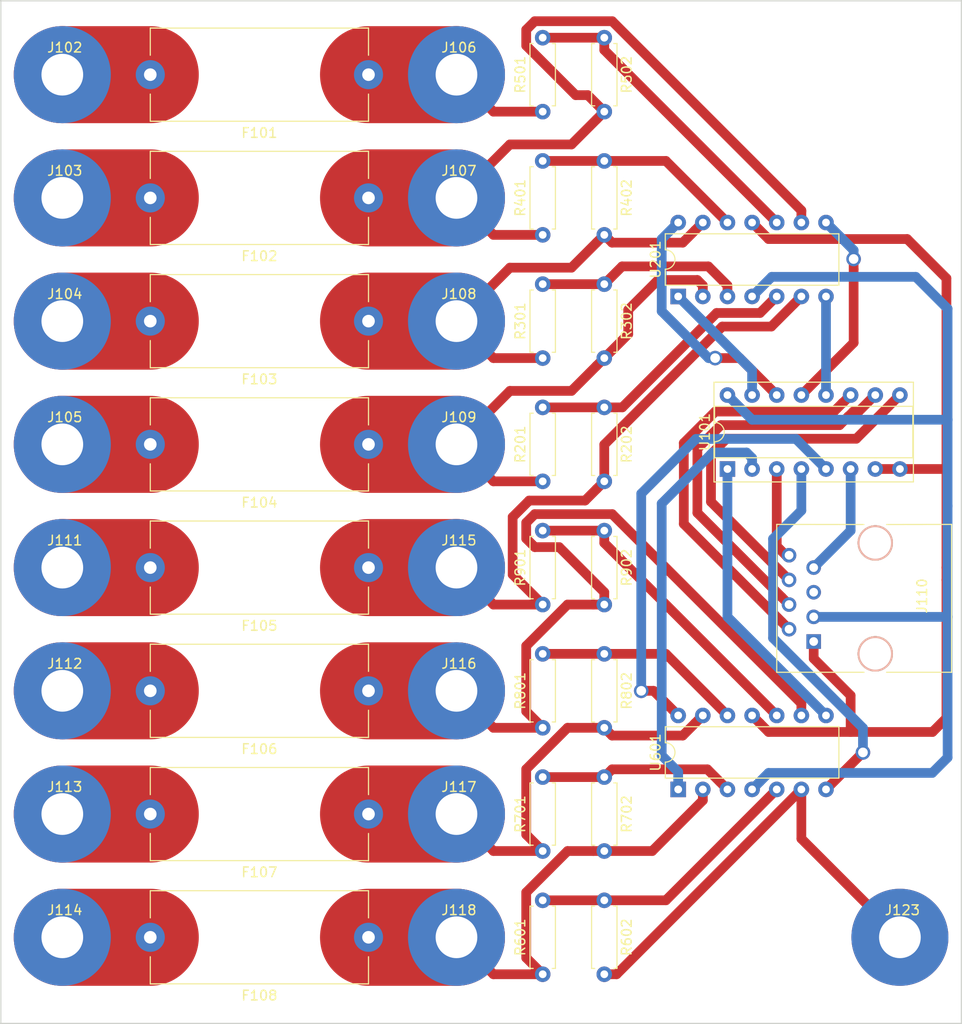
<source format=kicad_pcb>
(kicad_pcb (version 4) (host pcbnew 4.0.7)

  (general
    (links 76)
    (no_connects 3)
    (area 26.594999 17.704999 125.805001 123.265001)
    (thickness 1.6)
    (drawings 4)
    (tracks 249)
    (zones 0)
    (modules 45)
    (nets 41)
  )

  (page A4)
  (layers
    (0 F.Cu signal)
    (31 B.Cu signal)
    (32 B.Adhes user)
    (33 F.Adhes user)
    (34 B.Paste user)
    (35 F.Paste user)
    (36 B.SilkS user)
    (37 F.SilkS user)
    (38 B.Mask user)
    (39 F.Mask user)
    (40 Dwgs.User user)
    (41 Cmts.User user)
    (42 Eco1.User user)
    (43 Eco2.User user)
    (44 Edge.Cuts user)
    (45 Margin user)
    (46 B.CrtYd user)
    (47 F.CrtYd user)
    (48 B.Fab user)
    (49 F.Fab user)
  )

  (setup
    (last_trace_width 1)
    (trace_clearance 0.4)
    (zone_clearance 0.508)
    (zone_45_only no)
    (trace_min 0.2)
    (segment_width 0.2)
    (edge_width 0.15)
    (via_size 1.5)
    (via_drill 1)
    (via_min_size 0.4)
    (via_min_drill 0.3)
    (uvia_size 1)
    (uvia_drill 0.5)
    (uvias_allowed no)
    (uvia_min_size 0.2)
    (uvia_min_drill 0.1)
    (pcb_text_width 0.3)
    (pcb_text_size 1.5 1.5)
    (mod_edge_width 0.15)
    (mod_text_size 1 1)
    (mod_text_width 0.15)
    (pad_size 1.524 1.524)
    (pad_drill 0.762)
    (pad_to_mask_clearance 0.2)
    (aux_axis_origin 0 0)
    (visible_elements 7FFFEFFF)
    (pcbplotparams
      (layerselection 0x00030_80000001)
      (usegerberextensions false)
      (excludeedgelayer true)
      (linewidth 0.100000)
      (plotframeref false)
      (viasonmask false)
      (mode 1)
      (useauxorigin false)
      (hpglpennumber 1)
      (hpglpenspeed 20)
      (hpglpendiameter 15)
      (hpglpenoverlay 2)
      (psnegative false)
      (psa4output false)
      (plotreference true)
      (plotvalue true)
      (plotinvisibletext false)
      (padsonsilk false)
      (subtractmaskfromsilk false)
      (outputformat 1)
      (mirror false)
      (drillshape 1)
      (scaleselection 1)
      (outputdirectory ""))
  )

  (net 0 "")
  (net 1 /VoltMeter1/+VE)
  (net 2 /VoltMeter2/+VE)
  (net 3 /VoltMeter3/+VE)
  (net 4 ARD_GND)
  (net 5 ARD_5V)
  (net 6 /VoltMeter5/+VE)
  (net 7 /VoltMeter6/+VE)
  (net 8 /VoltMeter7/+VE)
  (net 9 /VoltMeter8/+VE)
  (net 10 /VoltMeter4/+VE)
  (net 11 "Net-(R201-Pad2)")
  (net 12 "Net-(R301-Pad2)")
  (net 13 "Net-(R401-Pad2)")
  (net 14 "Net-(R501-Pad2)")
  (net 15 "Net-(R601-Pad2)")
  (net 16 "Net-(R701-Pad2)")
  (net 17 "Net-(R801-Pad2)")
  (net 18 "Net-(R901-Pad2)")
  (net 19 "Net-(F101-Pad2)")
  (net 20 "Net-(F102-Pad2)")
  (net 21 "Net-(F103-Pad2)")
  (net 22 "Net-(F104-Pad2)")
  (net 23 "Net-(F105-Pad2)")
  (net 24 "Net-(F106-Pad2)")
  (net 25 "Net-(F107-Pad2)")
  (net 26 "Net-(F108-Pad2)")
  (net 27 /VoltMeter8/-VE)
  (net 28 A)
  (net 29 B)
  (net 30 C)
  (net 31 INH)
  (net 32 COM)
  (net 33 V5)
  (net 34 V7)
  (net 35 V8)
  (net 36 V4)
  (net 37 V6)
  (net 38 V1)
  (net 39 V2)
  (net 40 V3)

  (net_class Default "This is the default net class."
    (clearance 0.4)
    (trace_width 1)
    (via_dia 1.5)
    (via_drill 1)
    (uvia_dia 1)
    (uvia_drill 0.5)
    (add_net /VoltMeter1/+VE)
    (add_net /VoltMeter2/+VE)
    (add_net /VoltMeter3/+VE)
    (add_net /VoltMeter4/+VE)
    (add_net /VoltMeter5/+VE)
    (add_net /VoltMeter6/+VE)
    (add_net /VoltMeter7/+VE)
    (add_net /VoltMeter8/+VE)
    (add_net /VoltMeter8/-VE)
    (add_net A)
    (add_net ARD_5V)
    (add_net ARD_GND)
    (add_net B)
    (add_net C)
    (add_net COM)
    (add_net INH)
    (add_net "Net-(F101-Pad2)")
    (add_net "Net-(F102-Pad2)")
    (add_net "Net-(F103-Pad2)")
    (add_net "Net-(F104-Pad2)")
    (add_net "Net-(F105-Pad2)")
    (add_net "Net-(F106-Pad2)")
    (add_net "Net-(F107-Pad2)")
    (add_net "Net-(F108-Pad2)")
    (add_net "Net-(R201-Pad2)")
    (add_net "Net-(R301-Pad2)")
    (add_net "Net-(R401-Pad2)")
    (add_net "Net-(R501-Pad2)")
    (add_net "Net-(R601-Pad2)")
    (add_net "Net-(R701-Pad2)")
    (add_net "Net-(R801-Pad2)")
    (add_net "Net-(R901-Pad2)")
    (add_net V1)
    (add_net V2)
    (add_net V3)
    (add_net V4)
    (add_net V5)
    (add_net V6)
    (add_net V7)
    (add_net V8)
  )

  (module PartsLibraries:RJ45 (layer F.Cu) (tedit 59511D7C) (tstamp 5A30FBBD)
    (at 110.49 83.82 90)
    (tags RJ45)
    (path /59C3DA36)
    (fp_text reference J110 (at 4.7 11.18 90) (layer F.SilkS)
      (effects (font (size 1 1) (thickness 0.15)))
    )
    (fp_text value RJ45 (at 4.59 6.25 90) (layer F.Fab)
      (effects (font (size 1 1) (thickness 0.15)))
    )
    (fp_line (start -3.17 14.22) (end 12.07 14.22) (layer F.SilkS) (width 0.12))
    (fp_line (start 12.07 -3.81) (end 12.06 5.18) (layer F.SilkS) (width 0.12))
    (fp_line (start 12.07 -3.81) (end -3.17 -3.81) (layer F.SilkS) (width 0.12))
    (fp_line (start -3.17 -3.81) (end -3.17 5.19) (layer F.SilkS) (width 0.12))
    (fp_line (start 12.06 7.52) (end 12.07 14.22) (layer F.SilkS) (width 0.12))
    (fp_line (start -3.17 7.51) (end -3.17 14.22) (layer F.SilkS) (width 0.12))
    (fp_line (start -3.56 -4.06) (end 12.46 -4.06) (layer F.CrtYd) (width 0.05))
    (fp_line (start -3.56 -4.06) (end -3.56 14.47) (layer F.CrtYd) (width 0.05))
    (fp_line (start 12.46 14.47) (end 12.46 -4.06) (layer F.CrtYd) (width 0.05))
    (fp_line (start 12.46 14.47) (end -3.56 14.47) (layer F.CrtYd) (width 0.05))
    (pad "" np_thru_hole circle (at 10.16 6.35 90) (size 3.65 3.65) (drill 3.25) (layers *.Cu *.SilkS *.Mask))
    (pad "" np_thru_hole circle (at -1.27 6.35 90) (size 3.65 3.65) (drill 3.25) (layers *.Cu *.SilkS *.Mask))
    (pad 1 thru_hole rect (at 0 0 90) (size 1.5 1.5) (drill 0.9) (layers *.Cu *.Mask)
      (net 4 ARD_GND))
    (pad 2 thru_hole circle (at 1.27 -2.54 90) (size 1.5 1.5) (drill 0.9) (layers *.Cu *.Mask)
      (net 28 A))
    (pad 3 thru_hole circle (at 2.54 0 90) (size 1.5 1.5) (drill 0.9) (layers *.Cu *.Mask)
      (net 5 ARD_5V))
    (pad 4 thru_hole circle (at 3.81 -2.54 90) (size 1.5 1.5) (drill 0.9) (layers *.Cu *.Mask)
      (net 29 B))
    (pad 5 thru_hole circle (at 5.08 0 90) (size 1.5 1.5) (drill 0.9) (layers *.Cu *.Mask))
    (pad 6 thru_hole circle (at 6.35 -2.54 90) (size 1.5 1.5) (drill 0.9) (layers *.Cu *.Mask)
      (net 30 C))
    (pad 7 thru_hole circle (at 7.62 0 90) (size 1.5 1.5) (drill 0.9) (layers *.Cu *.Mask)
      (net 31 INH))
    (pad 8 thru_hole circle (at 8.89 -2.54 90) (size 1.5 1.5) (drill 0.9) (layers *.Cu *.Mask)
      (net 32 COM))
    (model ../../../../../../Development/multilevelinverter/Hardware/3D/RJ45.wrl
      (at (xyz 0.175 -0.667 0.3))
      (scale (xyz 10 10 10))
      (rotate (xyz 270 0 0))
    )
  )

  (module Housings_DIP:DIP-16_W7.62mm_Socket (layer F.Cu) (tedit 59C78D6B) (tstamp 5A316EBB)
    (at 101.6 66.04 90)
    (descr "16-lead though-hole mounted DIP package, row spacing 7.62 mm (300 mils), Socket")
    (tags "THT DIP DIL PDIP 2.54mm 7.62mm 300mil Socket")
    (path /5A31B088)
    (fp_text reference U101 (at 3.81 -2.33 90) (layer F.SilkS)
      (effects (font (size 1 1) (thickness 0.15)))
    )
    (fp_text value TC4051BP (at 3.81 20.11 90) (layer F.Fab)
      (effects (font (size 1 1) (thickness 0.15)))
    )
    (fp_arc (start 3.81 -1.33) (end 2.81 -1.33) (angle -180) (layer F.SilkS) (width 0.12))
    (fp_line (start 1.635 -1.27) (end 6.985 -1.27) (layer F.Fab) (width 0.1))
    (fp_line (start 6.985 -1.27) (end 6.985 19.05) (layer F.Fab) (width 0.1))
    (fp_line (start 6.985 19.05) (end 0.635 19.05) (layer F.Fab) (width 0.1))
    (fp_line (start 0.635 19.05) (end 0.635 -0.27) (layer F.Fab) (width 0.1))
    (fp_line (start 0.635 -0.27) (end 1.635 -1.27) (layer F.Fab) (width 0.1))
    (fp_line (start -1.27 -1.33) (end -1.27 19.11) (layer F.Fab) (width 0.1))
    (fp_line (start -1.27 19.11) (end 8.89 19.11) (layer F.Fab) (width 0.1))
    (fp_line (start 8.89 19.11) (end 8.89 -1.33) (layer F.Fab) (width 0.1))
    (fp_line (start 8.89 -1.33) (end -1.27 -1.33) (layer F.Fab) (width 0.1))
    (fp_line (start 2.81 -1.33) (end 1.16 -1.33) (layer F.SilkS) (width 0.12))
    (fp_line (start 1.16 -1.33) (end 1.16 19.11) (layer F.SilkS) (width 0.12))
    (fp_line (start 1.16 19.11) (end 6.46 19.11) (layer F.SilkS) (width 0.12))
    (fp_line (start 6.46 19.11) (end 6.46 -1.33) (layer F.SilkS) (width 0.12))
    (fp_line (start 6.46 -1.33) (end 4.81 -1.33) (layer F.SilkS) (width 0.12))
    (fp_line (start -1.33 -1.39) (end -1.33 19.17) (layer F.SilkS) (width 0.12))
    (fp_line (start -1.33 19.17) (end 8.95 19.17) (layer F.SilkS) (width 0.12))
    (fp_line (start 8.95 19.17) (end 8.95 -1.39) (layer F.SilkS) (width 0.12))
    (fp_line (start 8.95 -1.39) (end -1.33 -1.39) (layer F.SilkS) (width 0.12))
    (fp_line (start -1.55 -1.6) (end -1.55 19.4) (layer F.CrtYd) (width 0.05))
    (fp_line (start -1.55 19.4) (end 9.15 19.4) (layer F.CrtYd) (width 0.05))
    (fp_line (start 9.15 19.4) (end 9.15 -1.6) (layer F.CrtYd) (width 0.05))
    (fp_line (start 9.15 -1.6) (end -1.55 -1.6) (layer F.CrtYd) (width 0.05))
    (fp_text user %R (at 3.81 8.89 90) (layer F.Fab)
      (effects (font (size 1 1) (thickness 0.15)))
    )
    (pad 1 thru_hole rect (at 0 0 90) (size 1.6 1.6) (drill 0.8) (layers *.Cu *.Mask)
      (net 33 V5))
    (pad 9 thru_hole oval (at 7.62 17.78 90) (size 1.6 1.6) (drill 0.8) (layers *.Cu *.Mask)
      (net 30 C))
    (pad 2 thru_hole oval (at 0 2.54 90) (size 1.6 1.6) (drill 0.8) (layers *.Cu *.Mask)
      (net 34 V7))
    (pad 10 thru_hole oval (at 7.62 15.24 90) (size 1.6 1.6) (drill 0.8) (layers *.Cu *.Mask)
      (net 29 B))
    (pad 3 thru_hole oval (at 0 5.08 90) (size 1.6 1.6) (drill 0.8) (layers *.Cu *.Mask)
      (net 32 COM))
    (pad 11 thru_hole oval (at 7.62 12.7 90) (size 1.6 1.6) (drill 0.8) (layers *.Cu *.Mask)
      (net 28 A))
    (pad 4 thru_hole oval (at 0 7.62 90) (size 1.6 1.6) (drill 0.8) (layers *.Cu *.Mask)
      (net 35 V8))
    (pad 12 thru_hole oval (at 7.62 10.16 90) (size 1.6 1.6) (drill 0.8) (layers *.Cu *.Mask)
      (net 36 V4))
    (pad 5 thru_hole oval (at 0 10.16 90) (size 1.6 1.6) (drill 0.8) (layers *.Cu *.Mask)
      (net 37 V6))
    (pad 13 thru_hole oval (at 7.62 7.62 90) (size 1.6 1.6) (drill 0.8) (layers *.Cu *.Mask)
      (net 38 V1))
    (pad 6 thru_hole oval (at 0 12.7 90) (size 1.6 1.6) (drill 0.8) (layers *.Cu *.Mask)
      (net 31 INH))
    (pad 14 thru_hole oval (at 7.62 5.08 90) (size 1.6 1.6) (drill 0.8) (layers *.Cu *.Mask)
      (net 39 V2))
    (pad 7 thru_hole oval (at 0 15.24 90) (size 1.6 1.6) (drill 0.8) (layers *.Cu *.Mask)
      (net 4 ARD_GND))
    (pad 15 thru_hole oval (at 7.62 2.54 90) (size 1.6 1.6) (drill 0.8) (layers *.Cu *.Mask)
      (net 40 V3))
    (pad 8 thru_hole oval (at 0 17.78 90) (size 1.6 1.6) (drill 0.8) (layers *.Cu *.Mask)
      (net 4 ARD_GND))
    (pad 16 thru_hole oval (at 7.62 0 90) (size 1.6 1.6) (drill 0.8) (layers *.Cu *.Mask)
      (net 5 ARD_5V))
    (model ${KISYS3DMOD}/Housings_DIP.3dshapes/DIP-16_W7.62mm_Socket.wrl
      (at (xyz 0 0 0))
      (scale (xyz 1 1 1))
      (rotate (xyz 0 0 0))
    )
  )

  (module Fuse_Holders_and_Fuses:Fuseholder5x20_horiz_open_Schurter_0031_8201 (layer F.Cu) (tedit 5880C433) (tstamp 5A30FB22)
    (at 64.59 63.5 180)
    (descr http://www.schurter.com/var/schurter/storage/ilcatalogue/files/document/datasheet/en/pdf/typ_OGN.pdf)
    (tags "Fuseholder horizontal open 5x20 Schurter 0031.8201")
    (path /5A316DCF)
    (fp_text reference F104 (at 11.25 -6 180) (layer F.SilkS)
      (effects (font (size 1 1) (thickness 0.15)))
    )
    (fp_text value Fuse (at 11.25 6 180) (layer F.Fab)
      (effects (font (size 1 1) (thickness 0.15)))
    )
    (fp_line (start 0.1 -4.7) (end 0.1 4.7) (layer F.Fab) (width 0.1))
    (fp_line (start 0.1 4.7) (end 22.4 4.7) (layer F.Fab) (width 0.1))
    (fp_line (start 22.4 4.7) (end 22.4 -4.7) (layer F.Fab) (width 0.1))
    (fp_line (start 22.4 -4.7) (end 0.1 -4.7) (layer F.Fab) (width 0.1))
    (fp_line (start -0.25 5.05) (end -0.25 1.95) (layer F.CrtYd) (width 0.05))
    (fp_line (start 22.5 4.8) (end 22.5 2) (layer F.SilkS) (width 0.12))
    (fp_line (start 22.5 -2) (end 22.5 -4.8) (layer F.SilkS) (width 0.12))
    (fp_line (start 0 -2) (end 0 -4.8) (layer F.SilkS) (width 0.12))
    (fp_line (start 0 -4.8) (end 22.5 -4.8) (layer F.SilkS) (width 0.12))
    (fp_line (start 22.75 5.05) (end -0.25 5.05) (layer F.CrtYd) (width 0.05))
    (fp_line (start -0.25 -5.05) (end 22.75 -5.05) (layer F.CrtYd) (width 0.05))
    (fp_line (start 0 4.8) (end 22.5 4.8) (layer F.SilkS) (width 0.12))
    (fp_line (start -0.25 -1.95) (end -0.25 -5.05) (layer F.CrtYd) (width 0.05))
    (fp_line (start 22.75 -1.95) (end 22.75 -5.05) (layer F.CrtYd) (width 0.05))
    (fp_line (start 22.75 1.95) (end 22.75 5.05) (layer F.CrtYd) (width 0.05))
    (fp_line (start 0 4.8) (end 0 2) (layer F.SilkS) (width 0.12))
    (fp_arc (start 22.5 0) (end 22.75 -1.95) (angle 165.3) (layer F.CrtYd) (width 0.05))
    (fp_arc (start 0 0) (end -0.25 1.95) (angle 165.3) (layer F.CrtYd) (width 0.05))
    (pad 1 thru_hole circle (at 0 0 180) (size 3 3) (drill 1.3) (layers *.Cu *.Mask)
      (net 10 /VoltMeter4/+VE))
    (pad 2 thru_hole circle (at 22.5 0 180) (size 3 3) (drill 1.3) (layers *.Cu *.Mask)
      (net 22 "Net-(F104-Pad2)"))
    (pad "" np_thru_hole circle (at 11.25 0 180) (size 2.7 2.7) (drill 2.7) (layers *.Cu *.Mask))
  )

  (module PartsLibraries:PowerConnectorRound (layer F.Cu) (tedit 59AECA0D) (tstamp 5A3003A5)
    (at 73.66 38.1)
    (path /5A31433B)
    (fp_text reference J107 (at 0.254 -2.794) (layer F.SilkS)
      (effects (font (size 1 1) (thickness 0.15)))
    )
    (fp_text value OUTPUT (at 0 6.35) (layer F.Fab)
      (effects (font (size 1 1) (thickness 0.15)))
    )
    (pad 1 thru_hole circle (at 0 0) (size 10 10) (drill 4.3) (layers *.Cu *.Mask)
      (net 2 /VoltMeter2/+VE))
  )

  (module Housings_DIP:DIP-14_W7.62mm (layer F.Cu) (tedit 59C78D6B) (tstamp 5A3005BF)
    (at 96.52 99.06 90)
    (descr "14-lead though-hole mounted DIP package, row spacing 7.62 mm (300 mils)")
    (tags "THT DIP DIL PDIP 2.54mm 7.62mm 300mil")
    (path /59C53BAD/59C4F962)
    (fp_text reference U601 (at 3.81 -2.33 90) (layer F.SilkS)
      (effects (font (size 1 1) (thickness 0.15)))
    )
    (fp_text value MCP604 (at 3.81 17.57 90) (layer F.Fab)
      (effects (font (size 1 1) (thickness 0.15)))
    )
    (fp_arc (start 3.81 -1.33) (end 2.81 -1.33) (angle -180) (layer F.SilkS) (width 0.12))
    (fp_line (start 1.635 -1.27) (end 6.985 -1.27) (layer F.Fab) (width 0.1))
    (fp_line (start 6.985 -1.27) (end 6.985 16.51) (layer F.Fab) (width 0.1))
    (fp_line (start 6.985 16.51) (end 0.635 16.51) (layer F.Fab) (width 0.1))
    (fp_line (start 0.635 16.51) (end 0.635 -0.27) (layer F.Fab) (width 0.1))
    (fp_line (start 0.635 -0.27) (end 1.635 -1.27) (layer F.Fab) (width 0.1))
    (fp_line (start 2.81 -1.33) (end 1.16 -1.33) (layer F.SilkS) (width 0.12))
    (fp_line (start 1.16 -1.33) (end 1.16 16.57) (layer F.SilkS) (width 0.12))
    (fp_line (start 1.16 16.57) (end 6.46 16.57) (layer F.SilkS) (width 0.12))
    (fp_line (start 6.46 16.57) (end 6.46 -1.33) (layer F.SilkS) (width 0.12))
    (fp_line (start 6.46 -1.33) (end 4.81 -1.33) (layer F.SilkS) (width 0.12))
    (fp_line (start -1.1 -1.55) (end -1.1 16.8) (layer F.CrtYd) (width 0.05))
    (fp_line (start -1.1 16.8) (end 8.7 16.8) (layer F.CrtYd) (width 0.05))
    (fp_line (start 8.7 16.8) (end 8.7 -1.55) (layer F.CrtYd) (width 0.05))
    (fp_line (start 8.7 -1.55) (end -1.1 -1.55) (layer F.CrtYd) (width 0.05))
    (fp_text user %R (at 3.81 7.62 90) (layer F.Fab)
      (effects (font (size 1 1) (thickness 0.15)))
    )
    (pad 1 thru_hole rect (at 0 0 90) (size 1.6 1.6) (drill 0.8) (layers *.Cu *.Mask)
      (net 34 V7))
    (pad 8 thru_hole oval (at 7.62 15.24 90) (size 1.6 1.6) (drill 0.8) (layers *.Cu *.Mask)
      (net 33 V5))
    (pad 2 thru_hole oval (at 0 2.54 90) (size 1.6 1.6) (drill 0.8) (layers *.Cu *.Mask)
      (net 9 /VoltMeter8/+VE))
    (pad 9 thru_hole oval (at 7.62 12.7 90) (size 1.6 1.6) (drill 0.8) (layers *.Cu *.Mask)
      (net 7 /VoltMeter6/+VE))
    (pad 3 thru_hole oval (at 0 5.08 90) (size 1.6 1.6) (drill 0.8) (layers *.Cu *.Mask)
      (net 16 "Net-(R701-Pad2)"))
    (pad 10 thru_hole oval (at 7.62 10.16 90) (size 1.6 1.6) (drill 0.8) (layers *.Cu *.Mask)
      (net 18 "Net-(R901-Pad2)"))
    (pad 4 thru_hole oval (at 0 7.62 90) (size 1.6 1.6) (drill 0.8) (layers *.Cu *.Mask)
      (net 5 ARD_5V))
    (pad 11 thru_hole oval (at 7.62 7.62 90) (size 1.6 1.6) (drill 0.8) (layers *.Cu *.Mask)
      (net 4 ARD_GND))
    (pad 5 thru_hole oval (at 0 10.16 90) (size 1.6 1.6) (drill 0.8) (layers *.Cu *.Mask)
      (net 15 "Net-(R601-Pad2)"))
    (pad 12 thru_hole oval (at 7.62 5.08 90) (size 1.6 1.6) (drill 0.8) (layers *.Cu *.Mask)
      (net 17 "Net-(R801-Pad2)"))
    (pad 6 thru_hole oval (at 0 12.7 90) (size 1.6 1.6) (drill 0.8) (layers *.Cu *.Mask)
      (net 27 /VoltMeter8/-VE))
    (pad 13 thru_hole oval (at 7.62 2.54 90) (size 1.6 1.6) (drill 0.8) (layers *.Cu *.Mask)
      (net 8 /VoltMeter7/+VE))
    (pad 7 thru_hole oval (at 0 15.24 90) (size 1.6 1.6) (drill 0.8) (layers *.Cu *.Mask)
      (net 35 V8))
    (pad 14 thru_hole oval (at 7.62 0 90) (size 1.6 1.6) (drill 0.8) (layers *.Cu *.Mask)
      (net 37 V6))
    (model ${KISYS3DMOD}/Housings_DIP.3dshapes/DIP-14_W7.62mm.wrl
      (at (xyz 0 0 0))
      (scale (xyz 1 1 1))
      (rotate (xyz 0 0 0))
    )
  )

  (module PartsLibraries:PowerConnectorRound (layer F.Cu) (tedit 59AECA0D) (tstamp 5A300388)
    (at 33.02 63.5)
    (path /5A314202)
    (fp_text reference J105 (at 0.254 -2.794) (layer F.SilkS)
      (effects (font (size 1 1) (thickness 0.15)))
    )
    (fp_text value INPUT (at 0 6.35) (layer F.Fab)
      (effects (font (size 1 1) (thickness 0.15)))
    )
    (pad 1 thru_hole circle (at 0 0) (size 10 10) (drill 4.3) (layers *.Cu *.Mask)
      (net 22 "Net-(F104-Pad2)"))
  )

  (module PartsLibraries:PowerConnectorRound (layer F.Cu) (tedit 59AECA0D) (tstamp 5A3003AA)
    (at 73.66 50.8)
    (path /5A314473)
    (fp_text reference J108 (at 0.254 -2.794) (layer F.SilkS)
      (effects (font (size 1 1) (thickness 0.15)))
    )
    (fp_text value OUTPUT (at 0 6.35) (layer F.Fab)
      (effects (font (size 1 1) (thickness 0.15)))
    )
    (pad 1 thru_hole circle (at 0 0) (size 10 10) (drill 4.3) (layers *.Cu *.Mask)
      (net 3 /VoltMeter3/+VE))
  )

  (module PartsLibraries:PowerConnectorRound (layer F.Cu) (tedit 59AECA0D) (tstamp 5A3003AF)
    (at 73.66 63.5)
    (path /5A314620)
    (fp_text reference J109 (at 0.254 -2.794) (layer F.SilkS)
      (effects (font (size 1 1) (thickness 0.15)))
    )
    (fp_text value OUTPUT (at 0 6.35) (layer F.Fab)
      (effects (font (size 1 1) (thickness 0.15)))
    )
    (pad 1 thru_hole circle (at 0 0) (size 10 10) (drill 4.3) (layers *.Cu *.Mask)
      (net 10 /VoltMeter4/+VE))
  )

  (module PartsLibraries:PowerConnectorRound (layer F.Cu) (tedit 59AECA0D) (tstamp 5A3003B9)
    (at 33.02 76.2)
    (path /5A31493D)
    (fp_text reference J111 (at 0.254 -2.794) (layer F.SilkS)
      (effects (font (size 1 1) (thickness 0.15)))
    )
    (fp_text value INPUT (at 0 6.35) (layer F.Fab)
      (effects (font (size 1 1) (thickness 0.15)))
    )
    (pad 1 thru_hole circle (at 0 0) (size 10 10) (drill 4.3) (layers *.Cu *.Mask)
      (net 23 "Net-(F105-Pad2)"))
  )

  (module PartsLibraries:PowerConnectorRound (layer F.Cu) (tedit 59AECA0D) (tstamp 5A3003BE)
    (at 33.02 88.9)
    (path /5A314C5C)
    (fp_text reference J112 (at 0.254 -2.794) (layer F.SilkS)
      (effects (font (size 1 1) (thickness 0.15)))
    )
    (fp_text value INPUT (at 0 6.35) (layer F.Fab)
      (effects (font (size 1 1) (thickness 0.15)))
    )
    (pad 1 thru_hole circle (at 0 0) (size 10 10) (drill 4.3) (layers *.Cu *.Mask)
      (net 24 "Net-(F106-Pad2)"))
  )

  (module PartsLibraries:PowerConnectorRound (layer F.Cu) (tedit 59AECA0D) (tstamp 5A3003C3)
    (at 33.02 101.6)
    (path /5A314D91)
    (fp_text reference J113 (at 0.254 -2.794) (layer F.SilkS)
      (effects (font (size 1 1) (thickness 0.15)))
    )
    (fp_text value INPUT (at 0 6.35) (layer F.Fab)
      (effects (font (size 1 1) (thickness 0.15)))
    )
    (pad 1 thru_hole circle (at 0 0) (size 10 10) (drill 4.3) (layers *.Cu *.Mask)
      (net 25 "Net-(F107-Pad2)"))
  )

  (module Resistors_THT:R_Axial_DIN0207_L6.3mm_D2.5mm_P7.62mm_Horizontal placed (layer F.Cu) (tedit 5874F706) (tstamp 5A3003D9)
    (at 82.55 67.31 90)
    (descr "Resistor, Axial_DIN0207 series, Axial, Horizontal, pin pitch=7.62mm, 0.25W = 1/4W, length*diameter=6.3*2.5mm^2, http://cdn-reichelt.de/documents/datenblatt/B400/1_4W%23YAG.pdf")
    (tags "Resistor Axial_DIN0207 series Axial Horizontal pin pitch 7.62mm 0.25W = 1/4W length 6.3mm diameter 2.5mm")
    (path /59C4F642/5A2FE363)
    (fp_text reference R201 (at 3.81 -2.31 90) (layer F.SilkS)
      (effects (font (size 1 1) (thickness 0.15)))
    )
    (fp_text value 10K (at 3.81 2.31 90) (layer F.Fab)
      (effects (font (size 1 1) (thickness 0.15)))
    )
    (fp_line (start 0.66 -1.25) (end 0.66 1.25) (layer F.Fab) (width 0.1))
    (fp_line (start 0.66 1.25) (end 6.96 1.25) (layer F.Fab) (width 0.1))
    (fp_line (start 6.96 1.25) (end 6.96 -1.25) (layer F.Fab) (width 0.1))
    (fp_line (start 6.96 -1.25) (end 0.66 -1.25) (layer F.Fab) (width 0.1))
    (fp_line (start 0 0) (end 0.66 0) (layer F.Fab) (width 0.1))
    (fp_line (start 7.62 0) (end 6.96 0) (layer F.Fab) (width 0.1))
    (fp_line (start 0.6 -0.98) (end 0.6 -1.31) (layer F.SilkS) (width 0.12))
    (fp_line (start 0.6 -1.31) (end 7.02 -1.31) (layer F.SilkS) (width 0.12))
    (fp_line (start 7.02 -1.31) (end 7.02 -0.98) (layer F.SilkS) (width 0.12))
    (fp_line (start 0.6 0.98) (end 0.6 1.31) (layer F.SilkS) (width 0.12))
    (fp_line (start 0.6 1.31) (end 7.02 1.31) (layer F.SilkS) (width 0.12))
    (fp_line (start 7.02 1.31) (end 7.02 0.98) (layer F.SilkS) (width 0.12))
    (fp_line (start -1.05 -1.6) (end -1.05 1.6) (layer F.CrtYd) (width 0.05))
    (fp_line (start -1.05 1.6) (end 8.7 1.6) (layer F.CrtYd) (width 0.05))
    (fp_line (start 8.7 1.6) (end 8.7 -1.6) (layer F.CrtYd) (width 0.05))
    (fp_line (start 8.7 -1.6) (end -1.05 -1.6) (layer F.CrtYd) (width 0.05))
    (pad 1 thru_hole circle (at 0 0 90) (size 1.6 1.6) (drill 0.8) (layers *.Cu *.Mask)
      (net 10 /VoltMeter4/+VE))
    (pad 2 thru_hole oval (at 7.62 0 90) (size 1.6 1.6) (drill 0.8) (layers *.Cu *.Mask)
      (net 11 "Net-(R201-Pad2)"))
    (model ${KISYS3DMOD}/Resistors_THT.3dshapes/R_Axial_DIN0207_L6.3mm_D2.5mm_P7.62mm_Horizontal.wrl
      (at (xyz 0 0 0))
      (scale (xyz 0.393701 0.393701 0.393701))
      (rotate (xyz 0 0 0))
    )
  )

  (module Resistors_THT:R_Axial_DIN0207_L6.3mm_D2.5mm_P7.62mm_Horizontal placed (layer F.Cu) (tedit 5874F706) (tstamp 5A3003EF)
    (at 88.9 59.69 270)
    (descr "Resistor, Axial_DIN0207 series, Axial, Horizontal, pin pitch=7.62mm, 0.25W = 1/4W, length*diameter=6.3*2.5mm^2, http://cdn-reichelt.de/documents/datenblatt/B400/1_4W%23YAG.pdf")
    (tags "Resistor Axial_DIN0207 series Axial Horizontal pin pitch 7.62mm 0.25W = 1/4W length 6.3mm diameter 2.5mm")
    (path /59C4F642/59C4F970)
    (fp_text reference R202 (at 3.81 -2.31 270) (layer F.SilkS)
      (effects (font (size 1 1) (thickness 0.15)))
    )
    (fp_text value 10M (at 3.81 2.31 270) (layer F.Fab)
      (effects (font (size 1 1) (thickness 0.15)))
    )
    (fp_line (start 0.66 -1.25) (end 0.66 1.25) (layer F.Fab) (width 0.1))
    (fp_line (start 0.66 1.25) (end 6.96 1.25) (layer F.Fab) (width 0.1))
    (fp_line (start 6.96 1.25) (end 6.96 -1.25) (layer F.Fab) (width 0.1))
    (fp_line (start 6.96 -1.25) (end 0.66 -1.25) (layer F.Fab) (width 0.1))
    (fp_line (start 0 0) (end 0.66 0) (layer F.Fab) (width 0.1))
    (fp_line (start 7.62 0) (end 6.96 0) (layer F.Fab) (width 0.1))
    (fp_line (start 0.6 -0.98) (end 0.6 -1.31) (layer F.SilkS) (width 0.12))
    (fp_line (start 0.6 -1.31) (end 7.02 -1.31) (layer F.SilkS) (width 0.12))
    (fp_line (start 7.02 -1.31) (end 7.02 -0.98) (layer F.SilkS) (width 0.12))
    (fp_line (start 0.6 0.98) (end 0.6 1.31) (layer F.SilkS) (width 0.12))
    (fp_line (start 0.6 1.31) (end 7.02 1.31) (layer F.SilkS) (width 0.12))
    (fp_line (start 7.02 1.31) (end 7.02 0.98) (layer F.SilkS) (width 0.12))
    (fp_line (start -1.05 -1.6) (end -1.05 1.6) (layer F.CrtYd) (width 0.05))
    (fp_line (start -1.05 1.6) (end 8.7 1.6) (layer F.CrtYd) (width 0.05))
    (fp_line (start 8.7 1.6) (end 8.7 -1.6) (layer F.CrtYd) (width 0.05))
    (fp_line (start 8.7 -1.6) (end -1.05 -1.6) (layer F.CrtYd) (width 0.05))
    (pad 1 thru_hole circle (at 0 0 270) (size 1.6 1.6) (drill 0.8) (layers *.Cu *.Mask)
      (net 11 "Net-(R201-Pad2)"))
    (pad 2 thru_hole oval (at 7.62 0 270) (size 1.6 1.6) (drill 0.8) (layers *.Cu *.Mask)
      (net 6 /VoltMeter5/+VE))
    (model ${KISYS3DMOD}/Resistors_THT.3dshapes/R_Axial_DIN0207_L6.3mm_D2.5mm_P7.62mm_Horizontal.wrl
      (at (xyz 0 0 0))
      (scale (xyz 0.393701 0.393701 0.393701))
      (rotate (xyz 0 0 0))
    )
  )

  (module Resistors_THT:R_Axial_DIN0207_L6.3mm_D2.5mm_P7.62mm_Horizontal placed (layer F.Cu) (tedit 5874F706) (tstamp 5A300405)
    (at 82.55 54.61 90)
    (descr "Resistor, Axial_DIN0207 series, Axial, Horizontal, pin pitch=7.62mm, 0.25W = 1/4W, length*diameter=6.3*2.5mm^2, http://cdn-reichelt.de/documents/datenblatt/B400/1_4W%23YAG.pdf")
    (tags "Resistor Axial_DIN0207 series Axial Horizontal pin pitch 7.62mm 0.25W = 1/4W length 6.3mm diameter 2.5mm")
    (path /59C51A28/5A2FE363)
    (fp_text reference R301 (at 3.81 -2.31 90) (layer F.SilkS)
      (effects (font (size 1 1) (thickness 0.15)))
    )
    (fp_text value 10K (at 3.81 2.31 90) (layer F.Fab)
      (effects (font (size 1 1) (thickness 0.15)))
    )
    (fp_line (start 0.66 -1.25) (end 0.66 1.25) (layer F.Fab) (width 0.1))
    (fp_line (start 0.66 1.25) (end 6.96 1.25) (layer F.Fab) (width 0.1))
    (fp_line (start 6.96 1.25) (end 6.96 -1.25) (layer F.Fab) (width 0.1))
    (fp_line (start 6.96 -1.25) (end 0.66 -1.25) (layer F.Fab) (width 0.1))
    (fp_line (start 0 0) (end 0.66 0) (layer F.Fab) (width 0.1))
    (fp_line (start 7.62 0) (end 6.96 0) (layer F.Fab) (width 0.1))
    (fp_line (start 0.6 -0.98) (end 0.6 -1.31) (layer F.SilkS) (width 0.12))
    (fp_line (start 0.6 -1.31) (end 7.02 -1.31) (layer F.SilkS) (width 0.12))
    (fp_line (start 7.02 -1.31) (end 7.02 -0.98) (layer F.SilkS) (width 0.12))
    (fp_line (start 0.6 0.98) (end 0.6 1.31) (layer F.SilkS) (width 0.12))
    (fp_line (start 0.6 1.31) (end 7.02 1.31) (layer F.SilkS) (width 0.12))
    (fp_line (start 7.02 1.31) (end 7.02 0.98) (layer F.SilkS) (width 0.12))
    (fp_line (start -1.05 -1.6) (end -1.05 1.6) (layer F.CrtYd) (width 0.05))
    (fp_line (start -1.05 1.6) (end 8.7 1.6) (layer F.CrtYd) (width 0.05))
    (fp_line (start 8.7 1.6) (end 8.7 -1.6) (layer F.CrtYd) (width 0.05))
    (fp_line (start 8.7 -1.6) (end -1.05 -1.6) (layer F.CrtYd) (width 0.05))
    (pad 1 thru_hole circle (at 0 0 90) (size 1.6 1.6) (drill 0.8) (layers *.Cu *.Mask)
      (net 3 /VoltMeter3/+VE))
    (pad 2 thru_hole oval (at 7.62 0 90) (size 1.6 1.6) (drill 0.8) (layers *.Cu *.Mask)
      (net 12 "Net-(R301-Pad2)"))
    (model ${KISYS3DMOD}/Resistors_THT.3dshapes/R_Axial_DIN0207_L6.3mm_D2.5mm_P7.62mm_Horizontal.wrl
      (at (xyz 0 0 0))
      (scale (xyz 0.393701 0.393701 0.393701))
      (rotate (xyz 0 0 0))
    )
  )

  (module Resistors_THT:R_Axial_DIN0207_L6.3mm_D2.5mm_P7.62mm_Horizontal placed (layer F.Cu) (tedit 5874F706) (tstamp 5A30041B)
    (at 88.9 46.99 270)
    (descr "Resistor, Axial_DIN0207 series, Axial, Horizontal, pin pitch=7.62mm, 0.25W = 1/4W, length*diameter=6.3*2.5mm^2, http://cdn-reichelt.de/documents/datenblatt/B400/1_4W%23YAG.pdf")
    (tags "Resistor Axial_DIN0207 series Axial Horizontal pin pitch 7.62mm 0.25W = 1/4W length 6.3mm diameter 2.5mm")
    (path /59C51A28/59C4F970)
    (fp_text reference R302 (at 3.81 -2.31 270) (layer F.SilkS)
      (effects (font (size 1 1) (thickness 0.15)))
    )
    (fp_text value 10M (at 3.81 2.31 270) (layer F.Fab)
      (effects (font (size 1 1) (thickness 0.15)))
    )
    (fp_line (start 0.66 -1.25) (end 0.66 1.25) (layer F.Fab) (width 0.1))
    (fp_line (start 0.66 1.25) (end 6.96 1.25) (layer F.Fab) (width 0.1))
    (fp_line (start 6.96 1.25) (end 6.96 -1.25) (layer F.Fab) (width 0.1))
    (fp_line (start 6.96 -1.25) (end 0.66 -1.25) (layer F.Fab) (width 0.1))
    (fp_line (start 0 0) (end 0.66 0) (layer F.Fab) (width 0.1))
    (fp_line (start 7.62 0) (end 6.96 0) (layer F.Fab) (width 0.1))
    (fp_line (start 0.6 -0.98) (end 0.6 -1.31) (layer F.SilkS) (width 0.12))
    (fp_line (start 0.6 -1.31) (end 7.02 -1.31) (layer F.SilkS) (width 0.12))
    (fp_line (start 7.02 -1.31) (end 7.02 -0.98) (layer F.SilkS) (width 0.12))
    (fp_line (start 0.6 0.98) (end 0.6 1.31) (layer F.SilkS) (width 0.12))
    (fp_line (start 0.6 1.31) (end 7.02 1.31) (layer F.SilkS) (width 0.12))
    (fp_line (start 7.02 1.31) (end 7.02 0.98) (layer F.SilkS) (width 0.12))
    (fp_line (start -1.05 -1.6) (end -1.05 1.6) (layer F.CrtYd) (width 0.05))
    (fp_line (start -1.05 1.6) (end 8.7 1.6) (layer F.CrtYd) (width 0.05))
    (fp_line (start 8.7 1.6) (end 8.7 -1.6) (layer F.CrtYd) (width 0.05))
    (fp_line (start 8.7 -1.6) (end -1.05 -1.6) (layer F.CrtYd) (width 0.05))
    (pad 1 thru_hole circle (at 0 0 270) (size 1.6 1.6) (drill 0.8) (layers *.Cu *.Mask)
      (net 12 "Net-(R301-Pad2)"))
    (pad 2 thru_hole oval (at 7.62 0 270) (size 1.6 1.6) (drill 0.8) (layers *.Cu *.Mask)
      (net 10 /VoltMeter4/+VE))
    (model ${KISYS3DMOD}/Resistors_THT.3dshapes/R_Axial_DIN0207_L6.3mm_D2.5mm_P7.62mm_Horizontal.wrl
      (at (xyz 0 0 0))
      (scale (xyz 0.393701 0.393701 0.393701))
      (rotate (xyz 0 0 0))
    )
  )

  (module Resistors_THT:R_Axial_DIN0207_L6.3mm_D2.5mm_P7.62mm_Horizontal placed (layer F.Cu) (tedit 5874F706) (tstamp 5A300431)
    (at 82.55 41.91 90)
    (descr "Resistor, Axial_DIN0207 series, Axial, Horizontal, pin pitch=7.62mm, 0.25W = 1/4W, length*diameter=6.3*2.5mm^2, http://cdn-reichelt.de/documents/datenblatt/B400/1_4W%23YAG.pdf")
    (tags "Resistor Axial_DIN0207 series Axial Horizontal pin pitch 7.62mm 0.25W = 1/4W length 6.3mm diameter 2.5mm")
    (path /59C51FF6/5A2FE363)
    (fp_text reference R401 (at 3.81 -2.31 90) (layer F.SilkS)
      (effects (font (size 1 1) (thickness 0.15)))
    )
    (fp_text value 10K (at 3.81 2.31 90) (layer F.Fab)
      (effects (font (size 1 1) (thickness 0.15)))
    )
    (fp_line (start 0.66 -1.25) (end 0.66 1.25) (layer F.Fab) (width 0.1))
    (fp_line (start 0.66 1.25) (end 6.96 1.25) (layer F.Fab) (width 0.1))
    (fp_line (start 6.96 1.25) (end 6.96 -1.25) (layer F.Fab) (width 0.1))
    (fp_line (start 6.96 -1.25) (end 0.66 -1.25) (layer F.Fab) (width 0.1))
    (fp_line (start 0 0) (end 0.66 0) (layer F.Fab) (width 0.1))
    (fp_line (start 7.62 0) (end 6.96 0) (layer F.Fab) (width 0.1))
    (fp_line (start 0.6 -0.98) (end 0.6 -1.31) (layer F.SilkS) (width 0.12))
    (fp_line (start 0.6 -1.31) (end 7.02 -1.31) (layer F.SilkS) (width 0.12))
    (fp_line (start 7.02 -1.31) (end 7.02 -0.98) (layer F.SilkS) (width 0.12))
    (fp_line (start 0.6 0.98) (end 0.6 1.31) (layer F.SilkS) (width 0.12))
    (fp_line (start 0.6 1.31) (end 7.02 1.31) (layer F.SilkS) (width 0.12))
    (fp_line (start 7.02 1.31) (end 7.02 0.98) (layer F.SilkS) (width 0.12))
    (fp_line (start -1.05 -1.6) (end -1.05 1.6) (layer F.CrtYd) (width 0.05))
    (fp_line (start -1.05 1.6) (end 8.7 1.6) (layer F.CrtYd) (width 0.05))
    (fp_line (start 8.7 1.6) (end 8.7 -1.6) (layer F.CrtYd) (width 0.05))
    (fp_line (start 8.7 -1.6) (end -1.05 -1.6) (layer F.CrtYd) (width 0.05))
    (pad 1 thru_hole circle (at 0 0 90) (size 1.6 1.6) (drill 0.8) (layers *.Cu *.Mask)
      (net 2 /VoltMeter2/+VE))
    (pad 2 thru_hole oval (at 7.62 0 90) (size 1.6 1.6) (drill 0.8) (layers *.Cu *.Mask)
      (net 13 "Net-(R401-Pad2)"))
    (model ${KISYS3DMOD}/Resistors_THT.3dshapes/R_Axial_DIN0207_L6.3mm_D2.5mm_P7.62mm_Horizontal.wrl
      (at (xyz 0 0 0))
      (scale (xyz 0.393701 0.393701 0.393701))
      (rotate (xyz 0 0 0))
    )
  )

  (module Resistors_THT:R_Axial_DIN0207_L6.3mm_D2.5mm_P7.62mm_Horizontal placed (layer F.Cu) (tedit 5874F706) (tstamp 5A300447)
    (at 88.9 34.29 270)
    (descr "Resistor, Axial_DIN0207 series, Axial, Horizontal, pin pitch=7.62mm, 0.25W = 1/4W, length*diameter=6.3*2.5mm^2, http://cdn-reichelt.de/documents/datenblatt/B400/1_4W%23YAG.pdf")
    (tags "Resistor Axial_DIN0207 series Axial Horizontal pin pitch 7.62mm 0.25W = 1/4W length 6.3mm diameter 2.5mm")
    (path /59C51FF6/59C4F970)
    (fp_text reference R402 (at 3.81 -2.31 270) (layer F.SilkS)
      (effects (font (size 1 1) (thickness 0.15)))
    )
    (fp_text value 10M (at 3.81 2.31 270) (layer F.Fab)
      (effects (font (size 1 1) (thickness 0.15)))
    )
    (fp_line (start 0.66 -1.25) (end 0.66 1.25) (layer F.Fab) (width 0.1))
    (fp_line (start 0.66 1.25) (end 6.96 1.25) (layer F.Fab) (width 0.1))
    (fp_line (start 6.96 1.25) (end 6.96 -1.25) (layer F.Fab) (width 0.1))
    (fp_line (start 6.96 -1.25) (end 0.66 -1.25) (layer F.Fab) (width 0.1))
    (fp_line (start 0 0) (end 0.66 0) (layer F.Fab) (width 0.1))
    (fp_line (start 7.62 0) (end 6.96 0) (layer F.Fab) (width 0.1))
    (fp_line (start 0.6 -0.98) (end 0.6 -1.31) (layer F.SilkS) (width 0.12))
    (fp_line (start 0.6 -1.31) (end 7.02 -1.31) (layer F.SilkS) (width 0.12))
    (fp_line (start 7.02 -1.31) (end 7.02 -0.98) (layer F.SilkS) (width 0.12))
    (fp_line (start 0.6 0.98) (end 0.6 1.31) (layer F.SilkS) (width 0.12))
    (fp_line (start 0.6 1.31) (end 7.02 1.31) (layer F.SilkS) (width 0.12))
    (fp_line (start 7.02 1.31) (end 7.02 0.98) (layer F.SilkS) (width 0.12))
    (fp_line (start -1.05 -1.6) (end -1.05 1.6) (layer F.CrtYd) (width 0.05))
    (fp_line (start -1.05 1.6) (end 8.7 1.6) (layer F.CrtYd) (width 0.05))
    (fp_line (start 8.7 1.6) (end 8.7 -1.6) (layer F.CrtYd) (width 0.05))
    (fp_line (start 8.7 -1.6) (end -1.05 -1.6) (layer F.CrtYd) (width 0.05))
    (pad 1 thru_hole circle (at 0 0 270) (size 1.6 1.6) (drill 0.8) (layers *.Cu *.Mask)
      (net 13 "Net-(R401-Pad2)"))
    (pad 2 thru_hole oval (at 7.62 0 270) (size 1.6 1.6) (drill 0.8) (layers *.Cu *.Mask)
      (net 3 /VoltMeter3/+VE))
    (model ${KISYS3DMOD}/Resistors_THT.3dshapes/R_Axial_DIN0207_L6.3mm_D2.5mm_P7.62mm_Horizontal.wrl
      (at (xyz 0 0 0))
      (scale (xyz 0.393701 0.393701 0.393701))
      (rotate (xyz 0 0 0))
    )
  )

  (module Resistors_THT:R_Axial_DIN0207_L6.3mm_D2.5mm_P7.62mm_Horizontal placed (layer F.Cu) (tedit 5874F706) (tstamp 5A30045D)
    (at 82.55 29.21 90)
    (descr "Resistor, Axial_DIN0207 series, Axial, Horizontal, pin pitch=7.62mm, 0.25W = 1/4W, length*diameter=6.3*2.5mm^2, http://cdn-reichelt.de/documents/datenblatt/B400/1_4W%23YAG.pdf")
    (tags "Resistor Axial_DIN0207 series Axial Horizontal pin pitch 7.62mm 0.25W = 1/4W length 6.3mm diameter 2.5mm")
    (path /59C5216A/5A2FE363)
    (fp_text reference R501 (at 3.81 -2.31 90) (layer F.SilkS)
      (effects (font (size 1 1) (thickness 0.15)))
    )
    (fp_text value 10K (at 3.81 2.31 90) (layer F.Fab)
      (effects (font (size 1 1) (thickness 0.15)))
    )
    (fp_line (start 0.66 -1.25) (end 0.66 1.25) (layer F.Fab) (width 0.1))
    (fp_line (start 0.66 1.25) (end 6.96 1.25) (layer F.Fab) (width 0.1))
    (fp_line (start 6.96 1.25) (end 6.96 -1.25) (layer F.Fab) (width 0.1))
    (fp_line (start 6.96 -1.25) (end 0.66 -1.25) (layer F.Fab) (width 0.1))
    (fp_line (start 0 0) (end 0.66 0) (layer F.Fab) (width 0.1))
    (fp_line (start 7.62 0) (end 6.96 0) (layer F.Fab) (width 0.1))
    (fp_line (start 0.6 -0.98) (end 0.6 -1.31) (layer F.SilkS) (width 0.12))
    (fp_line (start 0.6 -1.31) (end 7.02 -1.31) (layer F.SilkS) (width 0.12))
    (fp_line (start 7.02 -1.31) (end 7.02 -0.98) (layer F.SilkS) (width 0.12))
    (fp_line (start 0.6 0.98) (end 0.6 1.31) (layer F.SilkS) (width 0.12))
    (fp_line (start 0.6 1.31) (end 7.02 1.31) (layer F.SilkS) (width 0.12))
    (fp_line (start 7.02 1.31) (end 7.02 0.98) (layer F.SilkS) (width 0.12))
    (fp_line (start -1.05 -1.6) (end -1.05 1.6) (layer F.CrtYd) (width 0.05))
    (fp_line (start -1.05 1.6) (end 8.7 1.6) (layer F.CrtYd) (width 0.05))
    (fp_line (start 8.7 1.6) (end 8.7 -1.6) (layer F.CrtYd) (width 0.05))
    (fp_line (start 8.7 -1.6) (end -1.05 -1.6) (layer F.CrtYd) (width 0.05))
    (pad 1 thru_hole circle (at 0 0 90) (size 1.6 1.6) (drill 0.8) (layers *.Cu *.Mask)
      (net 1 /VoltMeter1/+VE))
    (pad 2 thru_hole oval (at 7.62 0 90) (size 1.6 1.6) (drill 0.8) (layers *.Cu *.Mask)
      (net 14 "Net-(R501-Pad2)"))
    (model ${KISYS3DMOD}/Resistors_THT.3dshapes/R_Axial_DIN0207_L6.3mm_D2.5mm_P7.62mm_Horizontal.wrl
      (at (xyz 0 0 0))
      (scale (xyz 0.393701 0.393701 0.393701))
      (rotate (xyz 0 0 0))
    )
  )

  (module Resistors_THT:R_Axial_DIN0207_L6.3mm_D2.5mm_P7.62mm_Horizontal placed (layer F.Cu) (tedit 5874F706) (tstamp 5A300473)
    (at 88.9 21.59 270)
    (descr "Resistor, Axial_DIN0207 series, Axial, Horizontal, pin pitch=7.62mm, 0.25W = 1/4W, length*diameter=6.3*2.5mm^2, http://cdn-reichelt.de/documents/datenblatt/B400/1_4W%23YAG.pdf")
    (tags "Resistor Axial_DIN0207 series Axial Horizontal pin pitch 7.62mm 0.25W = 1/4W length 6.3mm diameter 2.5mm")
    (path /59C5216A/59C4F970)
    (fp_text reference R502 (at 3.81 -2.31 270) (layer F.SilkS)
      (effects (font (size 1 1) (thickness 0.15)))
    )
    (fp_text value 10M (at 3.81 2.31 270) (layer F.Fab)
      (effects (font (size 1 1) (thickness 0.15)))
    )
    (fp_line (start 0.66 -1.25) (end 0.66 1.25) (layer F.Fab) (width 0.1))
    (fp_line (start 0.66 1.25) (end 6.96 1.25) (layer F.Fab) (width 0.1))
    (fp_line (start 6.96 1.25) (end 6.96 -1.25) (layer F.Fab) (width 0.1))
    (fp_line (start 6.96 -1.25) (end 0.66 -1.25) (layer F.Fab) (width 0.1))
    (fp_line (start 0 0) (end 0.66 0) (layer F.Fab) (width 0.1))
    (fp_line (start 7.62 0) (end 6.96 0) (layer F.Fab) (width 0.1))
    (fp_line (start 0.6 -0.98) (end 0.6 -1.31) (layer F.SilkS) (width 0.12))
    (fp_line (start 0.6 -1.31) (end 7.02 -1.31) (layer F.SilkS) (width 0.12))
    (fp_line (start 7.02 -1.31) (end 7.02 -0.98) (layer F.SilkS) (width 0.12))
    (fp_line (start 0.6 0.98) (end 0.6 1.31) (layer F.SilkS) (width 0.12))
    (fp_line (start 0.6 1.31) (end 7.02 1.31) (layer F.SilkS) (width 0.12))
    (fp_line (start 7.02 1.31) (end 7.02 0.98) (layer F.SilkS) (width 0.12))
    (fp_line (start -1.05 -1.6) (end -1.05 1.6) (layer F.CrtYd) (width 0.05))
    (fp_line (start -1.05 1.6) (end 8.7 1.6) (layer F.CrtYd) (width 0.05))
    (fp_line (start 8.7 1.6) (end 8.7 -1.6) (layer F.CrtYd) (width 0.05))
    (fp_line (start 8.7 -1.6) (end -1.05 -1.6) (layer F.CrtYd) (width 0.05))
    (pad 1 thru_hole circle (at 0 0 270) (size 1.6 1.6) (drill 0.8) (layers *.Cu *.Mask)
      (net 14 "Net-(R501-Pad2)"))
    (pad 2 thru_hole oval (at 7.62 0 270) (size 1.6 1.6) (drill 0.8) (layers *.Cu *.Mask)
      (net 2 /VoltMeter2/+VE))
    (model ${KISYS3DMOD}/Resistors_THT.3dshapes/R_Axial_DIN0207_L6.3mm_D2.5mm_P7.62mm_Horizontal.wrl
      (at (xyz 0 0 0))
      (scale (xyz 0.393701 0.393701 0.393701))
      (rotate (xyz 0 0 0))
    )
  )

  (module Resistors_THT:R_Axial_DIN0207_L6.3mm_D2.5mm_P7.62mm_Horizontal placed (layer F.Cu) (tedit 5874F706) (tstamp 5A300489)
    (at 82.55 118.11 90)
    (descr "Resistor, Axial_DIN0207 series, Axial, Horizontal, pin pitch=7.62mm, 0.25W = 1/4W, length*diameter=6.3*2.5mm^2, http://cdn-reichelt.de/documents/datenblatt/B400/1_4W%23YAG.pdf")
    (tags "Resistor Axial_DIN0207 series Axial Horizontal pin pitch 7.62mm 0.25W = 1/4W length 6.3mm diameter 2.5mm")
    (path /59C53BAD/5A2FE363)
    (fp_text reference R601 (at 3.81 -2.31 90) (layer F.SilkS)
      (effects (font (size 1 1) (thickness 0.15)))
    )
    (fp_text value 10K (at 3.81 2.31 90) (layer F.Fab)
      (effects (font (size 1 1) (thickness 0.15)))
    )
    (fp_line (start 0.66 -1.25) (end 0.66 1.25) (layer F.Fab) (width 0.1))
    (fp_line (start 0.66 1.25) (end 6.96 1.25) (layer F.Fab) (width 0.1))
    (fp_line (start 6.96 1.25) (end 6.96 -1.25) (layer F.Fab) (width 0.1))
    (fp_line (start 6.96 -1.25) (end 0.66 -1.25) (layer F.Fab) (width 0.1))
    (fp_line (start 0 0) (end 0.66 0) (layer F.Fab) (width 0.1))
    (fp_line (start 7.62 0) (end 6.96 0) (layer F.Fab) (width 0.1))
    (fp_line (start 0.6 -0.98) (end 0.6 -1.31) (layer F.SilkS) (width 0.12))
    (fp_line (start 0.6 -1.31) (end 7.02 -1.31) (layer F.SilkS) (width 0.12))
    (fp_line (start 7.02 -1.31) (end 7.02 -0.98) (layer F.SilkS) (width 0.12))
    (fp_line (start 0.6 0.98) (end 0.6 1.31) (layer F.SilkS) (width 0.12))
    (fp_line (start 0.6 1.31) (end 7.02 1.31) (layer F.SilkS) (width 0.12))
    (fp_line (start 7.02 1.31) (end 7.02 0.98) (layer F.SilkS) (width 0.12))
    (fp_line (start -1.05 -1.6) (end -1.05 1.6) (layer F.CrtYd) (width 0.05))
    (fp_line (start -1.05 1.6) (end 8.7 1.6) (layer F.CrtYd) (width 0.05))
    (fp_line (start 8.7 1.6) (end 8.7 -1.6) (layer F.CrtYd) (width 0.05))
    (fp_line (start 8.7 -1.6) (end -1.05 -1.6) (layer F.CrtYd) (width 0.05))
    (pad 1 thru_hole circle (at 0 0 90) (size 1.6 1.6) (drill 0.8) (layers *.Cu *.Mask)
      (net 9 /VoltMeter8/+VE))
    (pad 2 thru_hole oval (at 7.62 0 90) (size 1.6 1.6) (drill 0.8) (layers *.Cu *.Mask)
      (net 15 "Net-(R601-Pad2)"))
    (model ${KISYS3DMOD}/Resistors_THT.3dshapes/R_Axial_DIN0207_L6.3mm_D2.5mm_P7.62mm_Horizontal.wrl
      (at (xyz 0 0 0))
      (scale (xyz 0.393701 0.393701 0.393701))
      (rotate (xyz 0 0 0))
    )
  )

  (module Resistors_THT:R_Axial_DIN0207_L6.3mm_D2.5mm_P7.62mm_Horizontal placed (layer F.Cu) (tedit 5874F706) (tstamp 5A30049F)
    (at 88.9 110.49 270)
    (descr "Resistor, Axial_DIN0207 series, Axial, Horizontal, pin pitch=7.62mm, 0.25W = 1/4W, length*diameter=6.3*2.5mm^2, http://cdn-reichelt.de/documents/datenblatt/B400/1_4W%23YAG.pdf")
    (tags "Resistor Axial_DIN0207 series Axial Horizontal pin pitch 7.62mm 0.25W = 1/4W length 6.3mm diameter 2.5mm")
    (path /59C53BAD/59C4F970)
    (fp_text reference R602 (at 3.81 -2.31 270) (layer F.SilkS)
      (effects (font (size 1 1) (thickness 0.15)))
    )
    (fp_text value 10M (at 3.81 2.31 270) (layer F.Fab)
      (effects (font (size 1 1) (thickness 0.15)))
    )
    (fp_line (start 0.66 -1.25) (end 0.66 1.25) (layer F.Fab) (width 0.1))
    (fp_line (start 0.66 1.25) (end 6.96 1.25) (layer F.Fab) (width 0.1))
    (fp_line (start 6.96 1.25) (end 6.96 -1.25) (layer F.Fab) (width 0.1))
    (fp_line (start 6.96 -1.25) (end 0.66 -1.25) (layer F.Fab) (width 0.1))
    (fp_line (start 0 0) (end 0.66 0) (layer F.Fab) (width 0.1))
    (fp_line (start 7.62 0) (end 6.96 0) (layer F.Fab) (width 0.1))
    (fp_line (start 0.6 -0.98) (end 0.6 -1.31) (layer F.SilkS) (width 0.12))
    (fp_line (start 0.6 -1.31) (end 7.02 -1.31) (layer F.SilkS) (width 0.12))
    (fp_line (start 7.02 -1.31) (end 7.02 -0.98) (layer F.SilkS) (width 0.12))
    (fp_line (start 0.6 0.98) (end 0.6 1.31) (layer F.SilkS) (width 0.12))
    (fp_line (start 0.6 1.31) (end 7.02 1.31) (layer F.SilkS) (width 0.12))
    (fp_line (start 7.02 1.31) (end 7.02 0.98) (layer F.SilkS) (width 0.12))
    (fp_line (start -1.05 -1.6) (end -1.05 1.6) (layer F.CrtYd) (width 0.05))
    (fp_line (start -1.05 1.6) (end 8.7 1.6) (layer F.CrtYd) (width 0.05))
    (fp_line (start 8.7 1.6) (end 8.7 -1.6) (layer F.CrtYd) (width 0.05))
    (fp_line (start 8.7 -1.6) (end -1.05 -1.6) (layer F.CrtYd) (width 0.05))
    (pad 1 thru_hole circle (at 0 0 270) (size 1.6 1.6) (drill 0.8) (layers *.Cu *.Mask)
      (net 15 "Net-(R601-Pad2)"))
    (pad 2 thru_hole oval (at 7.62 0 270) (size 1.6 1.6) (drill 0.8) (layers *.Cu *.Mask)
      (net 27 /VoltMeter8/-VE))
    (model ${KISYS3DMOD}/Resistors_THT.3dshapes/R_Axial_DIN0207_L6.3mm_D2.5mm_P7.62mm_Horizontal.wrl
      (at (xyz 0 0 0))
      (scale (xyz 0.393701 0.393701 0.393701))
      (rotate (xyz 0 0 0))
    )
  )

  (module Resistors_THT:R_Axial_DIN0207_L6.3mm_D2.5mm_P7.62mm_Horizontal placed (layer F.Cu) (tedit 5874F706) (tstamp 5A3004B5)
    (at 82.55 105.41 90)
    (descr "Resistor, Axial_DIN0207 series, Axial, Horizontal, pin pitch=7.62mm, 0.25W = 1/4W, length*diameter=6.3*2.5mm^2, http://cdn-reichelt.de/documents/datenblatt/B400/1_4W%23YAG.pdf")
    (tags "Resistor Axial_DIN0207 series Axial Horizontal pin pitch 7.62mm 0.25W = 1/4W length 6.3mm diameter 2.5mm")
    (path /59C53BBB/5A2FE363)
    (fp_text reference R701 (at 3.81 -2.31 90) (layer F.SilkS)
      (effects (font (size 1 1) (thickness 0.15)))
    )
    (fp_text value 10K (at 3.81 2.31 90) (layer F.Fab)
      (effects (font (size 1 1) (thickness 0.15)))
    )
    (fp_line (start 0.66 -1.25) (end 0.66 1.25) (layer F.Fab) (width 0.1))
    (fp_line (start 0.66 1.25) (end 6.96 1.25) (layer F.Fab) (width 0.1))
    (fp_line (start 6.96 1.25) (end 6.96 -1.25) (layer F.Fab) (width 0.1))
    (fp_line (start 6.96 -1.25) (end 0.66 -1.25) (layer F.Fab) (width 0.1))
    (fp_line (start 0 0) (end 0.66 0) (layer F.Fab) (width 0.1))
    (fp_line (start 7.62 0) (end 6.96 0) (layer F.Fab) (width 0.1))
    (fp_line (start 0.6 -0.98) (end 0.6 -1.31) (layer F.SilkS) (width 0.12))
    (fp_line (start 0.6 -1.31) (end 7.02 -1.31) (layer F.SilkS) (width 0.12))
    (fp_line (start 7.02 -1.31) (end 7.02 -0.98) (layer F.SilkS) (width 0.12))
    (fp_line (start 0.6 0.98) (end 0.6 1.31) (layer F.SilkS) (width 0.12))
    (fp_line (start 0.6 1.31) (end 7.02 1.31) (layer F.SilkS) (width 0.12))
    (fp_line (start 7.02 1.31) (end 7.02 0.98) (layer F.SilkS) (width 0.12))
    (fp_line (start -1.05 -1.6) (end -1.05 1.6) (layer F.CrtYd) (width 0.05))
    (fp_line (start -1.05 1.6) (end 8.7 1.6) (layer F.CrtYd) (width 0.05))
    (fp_line (start 8.7 1.6) (end 8.7 -1.6) (layer F.CrtYd) (width 0.05))
    (fp_line (start 8.7 -1.6) (end -1.05 -1.6) (layer F.CrtYd) (width 0.05))
    (pad 1 thru_hole circle (at 0 0 90) (size 1.6 1.6) (drill 0.8) (layers *.Cu *.Mask)
      (net 8 /VoltMeter7/+VE))
    (pad 2 thru_hole oval (at 7.62 0 90) (size 1.6 1.6) (drill 0.8) (layers *.Cu *.Mask)
      (net 16 "Net-(R701-Pad2)"))
    (model ${KISYS3DMOD}/Resistors_THT.3dshapes/R_Axial_DIN0207_L6.3mm_D2.5mm_P7.62mm_Horizontal.wrl
      (at (xyz 0 0 0))
      (scale (xyz 0.393701 0.393701 0.393701))
      (rotate (xyz 0 0 0))
    )
  )

  (module Resistors_THT:R_Axial_DIN0207_L6.3mm_D2.5mm_P7.62mm_Horizontal placed (layer F.Cu) (tedit 5874F706) (tstamp 5A3004CB)
    (at 88.9 97.79 270)
    (descr "Resistor, Axial_DIN0207 series, Axial, Horizontal, pin pitch=7.62mm, 0.25W = 1/4W, length*diameter=6.3*2.5mm^2, http://cdn-reichelt.de/documents/datenblatt/B400/1_4W%23YAG.pdf")
    (tags "Resistor Axial_DIN0207 series Axial Horizontal pin pitch 7.62mm 0.25W = 1/4W length 6.3mm diameter 2.5mm")
    (path /59C53BBB/59C4F970)
    (fp_text reference R702 (at 3.81 -2.31 270) (layer F.SilkS)
      (effects (font (size 1 1) (thickness 0.15)))
    )
    (fp_text value 10M (at 3.81 2.31 270) (layer F.Fab)
      (effects (font (size 1 1) (thickness 0.15)))
    )
    (fp_line (start 0.66 -1.25) (end 0.66 1.25) (layer F.Fab) (width 0.1))
    (fp_line (start 0.66 1.25) (end 6.96 1.25) (layer F.Fab) (width 0.1))
    (fp_line (start 6.96 1.25) (end 6.96 -1.25) (layer F.Fab) (width 0.1))
    (fp_line (start 6.96 -1.25) (end 0.66 -1.25) (layer F.Fab) (width 0.1))
    (fp_line (start 0 0) (end 0.66 0) (layer F.Fab) (width 0.1))
    (fp_line (start 7.62 0) (end 6.96 0) (layer F.Fab) (width 0.1))
    (fp_line (start 0.6 -0.98) (end 0.6 -1.31) (layer F.SilkS) (width 0.12))
    (fp_line (start 0.6 -1.31) (end 7.02 -1.31) (layer F.SilkS) (width 0.12))
    (fp_line (start 7.02 -1.31) (end 7.02 -0.98) (layer F.SilkS) (width 0.12))
    (fp_line (start 0.6 0.98) (end 0.6 1.31) (layer F.SilkS) (width 0.12))
    (fp_line (start 0.6 1.31) (end 7.02 1.31) (layer F.SilkS) (width 0.12))
    (fp_line (start 7.02 1.31) (end 7.02 0.98) (layer F.SilkS) (width 0.12))
    (fp_line (start -1.05 -1.6) (end -1.05 1.6) (layer F.CrtYd) (width 0.05))
    (fp_line (start -1.05 1.6) (end 8.7 1.6) (layer F.CrtYd) (width 0.05))
    (fp_line (start 8.7 1.6) (end 8.7 -1.6) (layer F.CrtYd) (width 0.05))
    (fp_line (start 8.7 -1.6) (end -1.05 -1.6) (layer F.CrtYd) (width 0.05))
    (pad 1 thru_hole circle (at 0 0 270) (size 1.6 1.6) (drill 0.8) (layers *.Cu *.Mask)
      (net 16 "Net-(R701-Pad2)"))
    (pad 2 thru_hole oval (at 7.62 0 270) (size 1.6 1.6) (drill 0.8) (layers *.Cu *.Mask)
      (net 9 /VoltMeter8/+VE))
    (model ${KISYS3DMOD}/Resistors_THT.3dshapes/R_Axial_DIN0207_L6.3mm_D2.5mm_P7.62mm_Horizontal.wrl
      (at (xyz 0 0 0))
      (scale (xyz 0.393701 0.393701 0.393701))
      (rotate (xyz 0 0 0))
    )
  )

  (module Resistors_THT:R_Axial_DIN0207_L6.3mm_D2.5mm_P7.62mm_Horizontal placed (layer F.Cu) (tedit 5874F706) (tstamp 5A3004E1)
    (at 82.55 92.71 90)
    (descr "Resistor, Axial_DIN0207 series, Axial, Horizontal, pin pitch=7.62mm, 0.25W = 1/4W, length*diameter=6.3*2.5mm^2, http://cdn-reichelt.de/documents/datenblatt/B400/1_4W%23YAG.pdf")
    (tags "Resistor Axial_DIN0207 series Axial Horizontal pin pitch 7.62mm 0.25W = 1/4W length 6.3mm diameter 2.5mm")
    (path /59C53BC9/5A2FE363)
    (fp_text reference R801 (at 3.81 -2.31 90) (layer F.SilkS)
      (effects (font (size 1 1) (thickness 0.15)))
    )
    (fp_text value 10K (at 3.81 2.31 90) (layer F.Fab)
      (effects (font (size 1 1) (thickness 0.15)))
    )
    (fp_line (start 0.66 -1.25) (end 0.66 1.25) (layer F.Fab) (width 0.1))
    (fp_line (start 0.66 1.25) (end 6.96 1.25) (layer F.Fab) (width 0.1))
    (fp_line (start 6.96 1.25) (end 6.96 -1.25) (layer F.Fab) (width 0.1))
    (fp_line (start 6.96 -1.25) (end 0.66 -1.25) (layer F.Fab) (width 0.1))
    (fp_line (start 0 0) (end 0.66 0) (layer F.Fab) (width 0.1))
    (fp_line (start 7.62 0) (end 6.96 0) (layer F.Fab) (width 0.1))
    (fp_line (start 0.6 -0.98) (end 0.6 -1.31) (layer F.SilkS) (width 0.12))
    (fp_line (start 0.6 -1.31) (end 7.02 -1.31) (layer F.SilkS) (width 0.12))
    (fp_line (start 7.02 -1.31) (end 7.02 -0.98) (layer F.SilkS) (width 0.12))
    (fp_line (start 0.6 0.98) (end 0.6 1.31) (layer F.SilkS) (width 0.12))
    (fp_line (start 0.6 1.31) (end 7.02 1.31) (layer F.SilkS) (width 0.12))
    (fp_line (start 7.02 1.31) (end 7.02 0.98) (layer F.SilkS) (width 0.12))
    (fp_line (start -1.05 -1.6) (end -1.05 1.6) (layer F.CrtYd) (width 0.05))
    (fp_line (start -1.05 1.6) (end 8.7 1.6) (layer F.CrtYd) (width 0.05))
    (fp_line (start 8.7 1.6) (end 8.7 -1.6) (layer F.CrtYd) (width 0.05))
    (fp_line (start 8.7 -1.6) (end -1.05 -1.6) (layer F.CrtYd) (width 0.05))
    (pad 1 thru_hole circle (at 0 0 90) (size 1.6 1.6) (drill 0.8) (layers *.Cu *.Mask)
      (net 7 /VoltMeter6/+VE))
    (pad 2 thru_hole oval (at 7.62 0 90) (size 1.6 1.6) (drill 0.8) (layers *.Cu *.Mask)
      (net 17 "Net-(R801-Pad2)"))
    (model ${KISYS3DMOD}/Resistors_THT.3dshapes/R_Axial_DIN0207_L6.3mm_D2.5mm_P7.62mm_Horizontal.wrl
      (at (xyz 0 0 0))
      (scale (xyz 0.393701 0.393701 0.393701))
      (rotate (xyz 0 0 0))
    )
  )

  (module Resistors_THT:R_Axial_DIN0207_L6.3mm_D2.5mm_P7.62mm_Horizontal placed (layer F.Cu) (tedit 5874F706) (tstamp 5A3004F7)
    (at 88.9 85.09 270)
    (descr "Resistor, Axial_DIN0207 series, Axial, Horizontal, pin pitch=7.62mm, 0.25W = 1/4W, length*diameter=6.3*2.5mm^2, http://cdn-reichelt.de/documents/datenblatt/B400/1_4W%23YAG.pdf")
    (tags "Resistor Axial_DIN0207 series Axial Horizontal pin pitch 7.62mm 0.25W = 1/4W length 6.3mm diameter 2.5mm")
    (path /59C53BC9/59C4F970)
    (fp_text reference R802 (at 3.81 -2.31 270) (layer F.SilkS)
      (effects (font (size 1 1) (thickness 0.15)))
    )
    (fp_text value 10M (at 3.81 2.31 270) (layer F.Fab)
      (effects (font (size 1 1) (thickness 0.15)))
    )
    (fp_line (start 0.66 -1.25) (end 0.66 1.25) (layer F.Fab) (width 0.1))
    (fp_line (start 0.66 1.25) (end 6.96 1.25) (layer F.Fab) (width 0.1))
    (fp_line (start 6.96 1.25) (end 6.96 -1.25) (layer F.Fab) (width 0.1))
    (fp_line (start 6.96 -1.25) (end 0.66 -1.25) (layer F.Fab) (width 0.1))
    (fp_line (start 0 0) (end 0.66 0) (layer F.Fab) (width 0.1))
    (fp_line (start 7.62 0) (end 6.96 0) (layer F.Fab) (width 0.1))
    (fp_line (start 0.6 -0.98) (end 0.6 -1.31) (layer F.SilkS) (width 0.12))
    (fp_line (start 0.6 -1.31) (end 7.02 -1.31) (layer F.SilkS) (width 0.12))
    (fp_line (start 7.02 -1.31) (end 7.02 -0.98) (layer F.SilkS) (width 0.12))
    (fp_line (start 0.6 0.98) (end 0.6 1.31) (layer F.SilkS) (width 0.12))
    (fp_line (start 0.6 1.31) (end 7.02 1.31) (layer F.SilkS) (width 0.12))
    (fp_line (start 7.02 1.31) (end 7.02 0.98) (layer F.SilkS) (width 0.12))
    (fp_line (start -1.05 -1.6) (end -1.05 1.6) (layer F.CrtYd) (width 0.05))
    (fp_line (start -1.05 1.6) (end 8.7 1.6) (layer F.CrtYd) (width 0.05))
    (fp_line (start 8.7 1.6) (end 8.7 -1.6) (layer F.CrtYd) (width 0.05))
    (fp_line (start 8.7 -1.6) (end -1.05 -1.6) (layer F.CrtYd) (width 0.05))
    (pad 1 thru_hole circle (at 0 0 270) (size 1.6 1.6) (drill 0.8) (layers *.Cu *.Mask)
      (net 17 "Net-(R801-Pad2)"))
    (pad 2 thru_hole oval (at 7.62 0 270) (size 1.6 1.6) (drill 0.8) (layers *.Cu *.Mask)
      (net 8 /VoltMeter7/+VE))
    (model ${KISYS3DMOD}/Resistors_THT.3dshapes/R_Axial_DIN0207_L6.3mm_D2.5mm_P7.62mm_Horizontal.wrl
      (at (xyz 0 0 0))
      (scale (xyz 0.393701 0.393701 0.393701))
      (rotate (xyz 0 0 0))
    )
  )

  (module Resistors_THT:R_Axial_DIN0207_L6.3mm_D2.5mm_P7.62mm_Horizontal placed (layer F.Cu) (tedit 5874F706) (tstamp 5A30050D)
    (at 82.55 80.01 90)
    (descr "Resistor, Axial_DIN0207 series, Axial, Horizontal, pin pitch=7.62mm, 0.25W = 1/4W, length*diameter=6.3*2.5mm^2, http://cdn-reichelt.de/documents/datenblatt/B400/1_4W%23YAG.pdf")
    (tags "Resistor Axial_DIN0207 series Axial Horizontal pin pitch 7.62mm 0.25W = 1/4W length 6.3mm diameter 2.5mm")
    (path /59C53BD7/5A2FE363)
    (fp_text reference R901 (at 3.81 -2.31 90) (layer F.SilkS)
      (effects (font (size 1 1) (thickness 0.15)))
    )
    (fp_text value 10K (at 3.81 2.31 90) (layer F.Fab)
      (effects (font (size 1 1) (thickness 0.15)))
    )
    (fp_line (start 0.66 -1.25) (end 0.66 1.25) (layer F.Fab) (width 0.1))
    (fp_line (start 0.66 1.25) (end 6.96 1.25) (layer F.Fab) (width 0.1))
    (fp_line (start 6.96 1.25) (end 6.96 -1.25) (layer F.Fab) (width 0.1))
    (fp_line (start 6.96 -1.25) (end 0.66 -1.25) (layer F.Fab) (width 0.1))
    (fp_line (start 0 0) (end 0.66 0) (layer F.Fab) (width 0.1))
    (fp_line (start 7.62 0) (end 6.96 0) (layer F.Fab) (width 0.1))
    (fp_line (start 0.6 -0.98) (end 0.6 -1.31) (layer F.SilkS) (width 0.12))
    (fp_line (start 0.6 -1.31) (end 7.02 -1.31) (layer F.SilkS) (width 0.12))
    (fp_line (start 7.02 -1.31) (end 7.02 -0.98) (layer F.SilkS) (width 0.12))
    (fp_line (start 0.6 0.98) (end 0.6 1.31) (layer F.SilkS) (width 0.12))
    (fp_line (start 0.6 1.31) (end 7.02 1.31) (layer F.SilkS) (width 0.12))
    (fp_line (start 7.02 1.31) (end 7.02 0.98) (layer F.SilkS) (width 0.12))
    (fp_line (start -1.05 -1.6) (end -1.05 1.6) (layer F.CrtYd) (width 0.05))
    (fp_line (start -1.05 1.6) (end 8.7 1.6) (layer F.CrtYd) (width 0.05))
    (fp_line (start 8.7 1.6) (end 8.7 -1.6) (layer F.CrtYd) (width 0.05))
    (fp_line (start 8.7 -1.6) (end -1.05 -1.6) (layer F.CrtYd) (width 0.05))
    (pad 1 thru_hole circle (at 0 0 90) (size 1.6 1.6) (drill 0.8) (layers *.Cu *.Mask)
      (net 6 /VoltMeter5/+VE))
    (pad 2 thru_hole oval (at 7.62 0 90) (size 1.6 1.6) (drill 0.8) (layers *.Cu *.Mask)
      (net 18 "Net-(R901-Pad2)"))
    (model ${KISYS3DMOD}/Resistors_THT.3dshapes/R_Axial_DIN0207_L6.3mm_D2.5mm_P7.62mm_Horizontal.wrl
      (at (xyz 0 0 0))
      (scale (xyz 0.393701 0.393701 0.393701))
      (rotate (xyz 0 0 0))
    )
  )

  (module Resistors_THT:R_Axial_DIN0207_L6.3mm_D2.5mm_P7.62mm_Horizontal placed (layer F.Cu) (tedit 5874F706) (tstamp 5A300523)
    (at 88.9 72.39 270)
    (descr "Resistor, Axial_DIN0207 series, Axial, Horizontal, pin pitch=7.62mm, 0.25W = 1/4W, length*diameter=6.3*2.5mm^2, http://cdn-reichelt.de/documents/datenblatt/B400/1_4W%23YAG.pdf")
    (tags "Resistor Axial_DIN0207 series Axial Horizontal pin pitch 7.62mm 0.25W = 1/4W length 6.3mm diameter 2.5mm")
    (path /59C53BD7/59C4F970)
    (fp_text reference R902 (at 3.81 -2.31 270) (layer F.SilkS)
      (effects (font (size 1 1) (thickness 0.15)))
    )
    (fp_text value 10M (at 3.81 2.31 270) (layer F.Fab)
      (effects (font (size 1 1) (thickness 0.15)))
    )
    (fp_line (start 0.66 -1.25) (end 0.66 1.25) (layer F.Fab) (width 0.1))
    (fp_line (start 0.66 1.25) (end 6.96 1.25) (layer F.Fab) (width 0.1))
    (fp_line (start 6.96 1.25) (end 6.96 -1.25) (layer F.Fab) (width 0.1))
    (fp_line (start 6.96 -1.25) (end 0.66 -1.25) (layer F.Fab) (width 0.1))
    (fp_line (start 0 0) (end 0.66 0) (layer F.Fab) (width 0.1))
    (fp_line (start 7.62 0) (end 6.96 0) (layer F.Fab) (width 0.1))
    (fp_line (start 0.6 -0.98) (end 0.6 -1.31) (layer F.SilkS) (width 0.12))
    (fp_line (start 0.6 -1.31) (end 7.02 -1.31) (layer F.SilkS) (width 0.12))
    (fp_line (start 7.02 -1.31) (end 7.02 -0.98) (layer F.SilkS) (width 0.12))
    (fp_line (start 0.6 0.98) (end 0.6 1.31) (layer F.SilkS) (width 0.12))
    (fp_line (start 0.6 1.31) (end 7.02 1.31) (layer F.SilkS) (width 0.12))
    (fp_line (start 7.02 1.31) (end 7.02 0.98) (layer F.SilkS) (width 0.12))
    (fp_line (start -1.05 -1.6) (end -1.05 1.6) (layer F.CrtYd) (width 0.05))
    (fp_line (start -1.05 1.6) (end 8.7 1.6) (layer F.CrtYd) (width 0.05))
    (fp_line (start 8.7 1.6) (end 8.7 -1.6) (layer F.CrtYd) (width 0.05))
    (fp_line (start 8.7 -1.6) (end -1.05 -1.6) (layer F.CrtYd) (width 0.05))
    (pad 1 thru_hole circle (at 0 0 270) (size 1.6 1.6) (drill 0.8) (layers *.Cu *.Mask)
      (net 18 "Net-(R901-Pad2)"))
    (pad 2 thru_hole oval (at 7.62 0 270) (size 1.6 1.6) (drill 0.8) (layers *.Cu *.Mask)
      (net 7 /VoltMeter6/+VE))
    (model ${KISYS3DMOD}/Resistors_THT.3dshapes/R_Axial_DIN0207_L6.3mm_D2.5mm_P7.62mm_Horizontal.wrl
      (at (xyz 0 0 0))
      (scale (xyz 0.393701 0.393701 0.393701))
      (rotate (xyz 0 0 0))
    )
  )

  (module Housings_DIP:DIP-14_W7.62mm (layer F.Cu) (tedit 59C78D6B) (tstamp 5A30059D)
    (at 96.52 48.26 90)
    (descr "14-lead though-hole mounted DIP package, row spacing 7.62 mm (300 mils)")
    (tags "THT DIP DIL PDIP 2.54mm 7.62mm 300mil")
    (path /59C4F642/59C4F962)
    (fp_text reference U201 (at 3.81 -2.33 90) (layer F.SilkS)
      (effects (font (size 1 1) (thickness 0.15)))
    )
    (fp_text value MCP604 (at 3.81 17.57 90) (layer F.Fab)
      (effects (font (size 1 1) (thickness 0.15)))
    )
    (fp_arc (start 3.81 -1.33) (end 2.81 -1.33) (angle -180) (layer F.SilkS) (width 0.12))
    (fp_line (start 1.635 -1.27) (end 6.985 -1.27) (layer F.Fab) (width 0.1))
    (fp_line (start 6.985 -1.27) (end 6.985 16.51) (layer F.Fab) (width 0.1))
    (fp_line (start 6.985 16.51) (end 0.635 16.51) (layer F.Fab) (width 0.1))
    (fp_line (start 0.635 16.51) (end 0.635 -0.27) (layer F.Fab) (width 0.1))
    (fp_line (start 0.635 -0.27) (end 1.635 -1.27) (layer F.Fab) (width 0.1))
    (fp_line (start 2.81 -1.33) (end 1.16 -1.33) (layer F.SilkS) (width 0.12))
    (fp_line (start 1.16 -1.33) (end 1.16 16.57) (layer F.SilkS) (width 0.12))
    (fp_line (start 1.16 16.57) (end 6.46 16.57) (layer F.SilkS) (width 0.12))
    (fp_line (start 6.46 16.57) (end 6.46 -1.33) (layer F.SilkS) (width 0.12))
    (fp_line (start 6.46 -1.33) (end 4.81 -1.33) (layer F.SilkS) (width 0.12))
    (fp_line (start -1.1 -1.55) (end -1.1 16.8) (layer F.CrtYd) (width 0.05))
    (fp_line (start -1.1 16.8) (end 8.7 16.8) (layer F.CrtYd) (width 0.05))
    (fp_line (start 8.7 16.8) (end 8.7 -1.55) (layer F.CrtYd) (width 0.05))
    (fp_line (start 8.7 -1.55) (end -1.1 -1.55) (layer F.CrtYd) (width 0.05))
    (fp_text user %R (at 3.81 7.62 90) (layer F.Fab)
      (effects (font (size 1 1) (thickness 0.15)))
    )
    (pad 1 thru_hole rect (at 0 0 90) (size 1.6 1.6) (drill 0.8) (layers *.Cu *.Mask)
      (net 40 V3))
    (pad 8 thru_hole oval (at 7.62 15.24 90) (size 1.6 1.6) (drill 0.8) (layers *.Cu *.Mask)
      (net 38 V1))
    (pad 2 thru_hole oval (at 0 2.54 90) (size 1.6 1.6) (drill 0.8) (layers *.Cu *.Mask)
      (net 10 /VoltMeter4/+VE))
    (pad 9 thru_hole oval (at 7.62 12.7 90) (size 1.6 1.6) (drill 0.8) (layers *.Cu *.Mask)
      (net 2 /VoltMeter2/+VE))
    (pad 3 thru_hole oval (at 0 5.08 90) (size 1.6 1.6) (drill 0.8) (layers *.Cu *.Mask)
      (net 12 "Net-(R301-Pad2)"))
    (pad 10 thru_hole oval (at 7.62 10.16 90) (size 1.6 1.6) (drill 0.8) (layers *.Cu *.Mask)
      (net 14 "Net-(R501-Pad2)"))
    (pad 4 thru_hole oval (at 0 7.62 90) (size 1.6 1.6) (drill 0.8) (layers *.Cu *.Mask)
      (net 5 ARD_5V))
    (pad 11 thru_hole oval (at 7.62 7.62 90) (size 1.6 1.6) (drill 0.8) (layers *.Cu *.Mask)
      (net 4 ARD_GND))
    (pad 5 thru_hole oval (at 0 10.16 90) (size 1.6 1.6) (drill 0.8) (layers *.Cu *.Mask)
      (net 11 "Net-(R201-Pad2)"))
    (pad 12 thru_hole oval (at 7.62 5.08 90) (size 1.6 1.6) (drill 0.8) (layers *.Cu *.Mask)
      (net 13 "Net-(R401-Pad2)"))
    (pad 6 thru_hole oval (at 0 12.7 90) (size 1.6 1.6) (drill 0.8) (layers *.Cu *.Mask)
      (net 6 /VoltMeter5/+VE))
    (pad 13 thru_hole oval (at 7.62 2.54 90) (size 1.6 1.6) (drill 0.8) (layers *.Cu *.Mask)
      (net 3 /VoltMeter3/+VE))
    (pad 7 thru_hole oval (at 0 15.24 90) (size 1.6 1.6) (drill 0.8) (layers *.Cu *.Mask)
      (net 36 V4))
    (pad 14 thru_hole oval (at 7.62 0 90) (size 1.6 1.6) (drill 0.8) (layers *.Cu *.Mask)
      (net 39 V2))
    (model ${KISYS3DMOD}/Housings_DIP.3dshapes/DIP-14_W7.62mm.wrl
      (at (xyz 0 0 0))
      (scale (xyz 1 1 1))
      (rotate (xyz 0 0 0))
    )
  )

  (module Fuse_Holders_and_Fuses:Fuseholder5x20_horiz_open_Schurter_0031_8201 (layer F.Cu) (tedit 5880C433) (tstamp 5A306124)
    (at 64.59 25.4 180)
    (descr http://www.schurter.com/var/schurter/storage/ilcatalogue/files/document/datasheet/en/pdf/typ_OGN.pdf)
    (tags "Fuseholder horizontal open 5x20 Schurter 0031.8201")
    (path /5A311AB6)
    (fp_text reference F101 (at 11.25 -6 180) (layer F.SilkS)
      (effects (font (size 1 1) (thickness 0.15)))
    )
    (fp_text value Fuse (at 11.25 6 180) (layer F.Fab)
      (effects (font (size 1 1) (thickness 0.15)))
    )
    (fp_line (start 0.1 -4.7) (end 0.1 4.7) (layer F.Fab) (width 0.1))
    (fp_line (start 0.1 4.7) (end 22.4 4.7) (layer F.Fab) (width 0.1))
    (fp_line (start 22.4 4.7) (end 22.4 -4.7) (layer F.Fab) (width 0.1))
    (fp_line (start 22.4 -4.7) (end 0.1 -4.7) (layer F.Fab) (width 0.1))
    (fp_line (start -0.25 5.05) (end -0.25 1.95) (layer F.CrtYd) (width 0.05))
    (fp_line (start 22.5 4.8) (end 22.5 2) (layer F.SilkS) (width 0.12))
    (fp_line (start 22.5 -2) (end 22.5 -4.8) (layer F.SilkS) (width 0.12))
    (fp_line (start 0 -2) (end 0 -4.8) (layer F.SilkS) (width 0.12))
    (fp_line (start 0 -4.8) (end 22.5 -4.8) (layer F.SilkS) (width 0.12))
    (fp_line (start 22.75 5.05) (end -0.25 5.05) (layer F.CrtYd) (width 0.05))
    (fp_line (start -0.25 -5.05) (end 22.75 -5.05) (layer F.CrtYd) (width 0.05))
    (fp_line (start 0 4.8) (end 22.5 4.8) (layer F.SilkS) (width 0.12))
    (fp_line (start -0.25 -1.95) (end -0.25 -5.05) (layer F.CrtYd) (width 0.05))
    (fp_line (start 22.75 -1.95) (end 22.75 -5.05) (layer F.CrtYd) (width 0.05))
    (fp_line (start 22.75 1.95) (end 22.75 5.05) (layer F.CrtYd) (width 0.05))
    (fp_line (start 0 4.8) (end 0 2) (layer F.SilkS) (width 0.12))
    (fp_arc (start 22.5 0) (end 22.75 -1.95) (angle 165.3) (layer F.CrtYd) (width 0.05))
    (fp_arc (start 0 0) (end -0.25 1.95) (angle 165.3) (layer F.CrtYd) (width 0.05))
    (pad 1 thru_hole circle (at 0 0 180) (size 3 3) (drill 1.3) (layers *.Cu *.Mask)
      (net 1 /VoltMeter1/+VE))
    (pad 2 thru_hole circle (at 22.5 0 180) (size 3 3) (drill 1.3) (layers *.Cu *.Mask)
      (net 19 "Net-(F101-Pad2)"))
    (pad "" np_thru_hole circle (at 11.25 0 180) (size 2.7 2.7) (drill 2.7) (layers *.Cu *.Mask))
  )

  (module Fuse_Holders_and_Fuses:Fuseholder5x20_horiz_open_Schurter_0031_8201 (layer F.Cu) (tedit 5880C433) (tstamp 5A306918)
    (at 64.59 38.1 180)
    (descr http://www.schurter.com/var/schurter/storage/ilcatalogue/files/document/datasheet/en/pdf/typ_OGN.pdf)
    (tags "Fuseholder horizontal open 5x20 Schurter 0031.8201")
    (path /5A314BDF)
    (fp_text reference F102 (at 11.25 -6 180) (layer F.SilkS)
      (effects (font (size 1 1) (thickness 0.15)))
    )
    (fp_text value Fuse (at 11.25 6 180) (layer F.Fab)
      (effects (font (size 1 1) (thickness 0.15)))
    )
    (fp_line (start 0.1 -4.7) (end 0.1 4.7) (layer F.Fab) (width 0.1))
    (fp_line (start 0.1 4.7) (end 22.4 4.7) (layer F.Fab) (width 0.1))
    (fp_line (start 22.4 4.7) (end 22.4 -4.7) (layer F.Fab) (width 0.1))
    (fp_line (start 22.4 -4.7) (end 0.1 -4.7) (layer F.Fab) (width 0.1))
    (fp_line (start -0.25 5.05) (end -0.25 1.95) (layer F.CrtYd) (width 0.05))
    (fp_line (start 22.5 4.8) (end 22.5 2) (layer F.SilkS) (width 0.12))
    (fp_line (start 22.5 -2) (end 22.5 -4.8) (layer F.SilkS) (width 0.12))
    (fp_line (start 0 -2) (end 0 -4.8) (layer F.SilkS) (width 0.12))
    (fp_line (start 0 -4.8) (end 22.5 -4.8) (layer F.SilkS) (width 0.12))
    (fp_line (start 22.75 5.05) (end -0.25 5.05) (layer F.CrtYd) (width 0.05))
    (fp_line (start -0.25 -5.05) (end 22.75 -5.05) (layer F.CrtYd) (width 0.05))
    (fp_line (start 0 4.8) (end 22.5 4.8) (layer F.SilkS) (width 0.12))
    (fp_line (start -0.25 -1.95) (end -0.25 -5.05) (layer F.CrtYd) (width 0.05))
    (fp_line (start 22.75 -1.95) (end 22.75 -5.05) (layer F.CrtYd) (width 0.05))
    (fp_line (start 22.75 1.95) (end 22.75 5.05) (layer F.CrtYd) (width 0.05))
    (fp_line (start 0 4.8) (end 0 2) (layer F.SilkS) (width 0.12))
    (fp_arc (start 22.5 0) (end 22.75 -1.95) (angle 165.3) (layer F.CrtYd) (width 0.05))
    (fp_arc (start 0 0) (end -0.25 1.95) (angle 165.3) (layer F.CrtYd) (width 0.05))
    (pad 1 thru_hole circle (at 0 0 180) (size 3 3) (drill 1.3) (layers *.Cu *.Mask)
      (net 2 /VoltMeter2/+VE))
    (pad 2 thru_hole circle (at 22.5 0 180) (size 3 3) (drill 1.3) (layers *.Cu *.Mask)
      (net 20 "Net-(F102-Pad2)"))
    (pad "" np_thru_hole circle (at 11.25 0 180) (size 2.7 2.7) (drill 2.7) (layers *.Cu *.Mask))
  )

  (module Fuse_Holders_and_Fuses:Fuseholder5x20_horiz_open_Schurter_0031_8201 (layer F.Cu) (tedit 5880C433) (tstamp 5A306931)
    (at 64.59 50.8 180)
    (descr http://www.schurter.com/var/schurter/storage/ilcatalogue/files/document/datasheet/en/pdf/typ_OGN.pdf)
    (tags "Fuseholder horizontal open 5x20 Schurter 0031.8201")
    (path /5A31508D)
    (fp_text reference F103 (at 11.25 -6 180) (layer F.SilkS)
      (effects (font (size 1 1) (thickness 0.15)))
    )
    (fp_text value Fuse (at 11.25 6 180) (layer F.Fab)
      (effects (font (size 1 1) (thickness 0.15)))
    )
    (fp_line (start 0.1 -4.7) (end 0.1 4.7) (layer F.Fab) (width 0.1))
    (fp_line (start 0.1 4.7) (end 22.4 4.7) (layer F.Fab) (width 0.1))
    (fp_line (start 22.4 4.7) (end 22.4 -4.7) (layer F.Fab) (width 0.1))
    (fp_line (start 22.4 -4.7) (end 0.1 -4.7) (layer F.Fab) (width 0.1))
    (fp_line (start -0.25 5.05) (end -0.25 1.95) (layer F.CrtYd) (width 0.05))
    (fp_line (start 22.5 4.8) (end 22.5 2) (layer F.SilkS) (width 0.12))
    (fp_line (start 22.5 -2) (end 22.5 -4.8) (layer F.SilkS) (width 0.12))
    (fp_line (start 0 -2) (end 0 -4.8) (layer F.SilkS) (width 0.12))
    (fp_line (start 0 -4.8) (end 22.5 -4.8) (layer F.SilkS) (width 0.12))
    (fp_line (start 22.75 5.05) (end -0.25 5.05) (layer F.CrtYd) (width 0.05))
    (fp_line (start -0.25 -5.05) (end 22.75 -5.05) (layer F.CrtYd) (width 0.05))
    (fp_line (start 0 4.8) (end 22.5 4.8) (layer F.SilkS) (width 0.12))
    (fp_line (start -0.25 -1.95) (end -0.25 -5.05) (layer F.CrtYd) (width 0.05))
    (fp_line (start 22.75 -1.95) (end 22.75 -5.05) (layer F.CrtYd) (width 0.05))
    (fp_line (start 22.75 1.95) (end 22.75 5.05) (layer F.CrtYd) (width 0.05))
    (fp_line (start 0 4.8) (end 0 2) (layer F.SilkS) (width 0.12))
    (fp_arc (start 22.5 0) (end 22.75 -1.95) (angle 165.3) (layer F.CrtYd) (width 0.05))
    (fp_arc (start 0 0) (end -0.25 1.95) (angle 165.3) (layer F.CrtYd) (width 0.05))
    (pad 1 thru_hole circle (at 0 0 180) (size 3 3) (drill 1.3) (layers *.Cu *.Mask)
      (net 3 /VoltMeter3/+VE))
    (pad 2 thru_hole circle (at 22.5 0 180) (size 3 3) (drill 1.3) (layers *.Cu *.Mask)
      (net 21 "Net-(F103-Pad2)"))
    (pad "" np_thru_hole circle (at 11.25 0 180) (size 2.7 2.7) (drill 2.7) (layers *.Cu *.Mask))
  )

  (module Fuse_Holders_and_Fuses:Fuseholder5x20_horiz_open_Schurter_0031_8201 (layer F.Cu) (tedit 5880C433) (tstamp 5A30FB3B)
    (at 64.59 76.2 180)
    (descr http://www.schurter.com/var/schurter/storage/ilcatalogue/files/document/datasheet/en/pdf/typ_OGN.pdf)
    (tags "Fuseholder horizontal open 5x20 Schurter 0031.8201")
    (path /5A319EA5)
    (fp_text reference F105 (at 11.25 -6 180) (layer F.SilkS)
      (effects (font (size 1 1) (thickness 0.15)))
    )
    (fp_text value Fuse (at 11.25 6 180) (layer F.Fab)
      (effects (font (size 1 1) (thickness 0.15)))
    )
    (fp_line (start 0.1 -4.7) (end 0.1 4.7) (layer F.Fab) (width 0.1))
    (fp_line (start 0.1 4.7) (end 22.4 4.7) (layer F.Fab) (width 0.1))
    (fp_line (start 22.4 4.7) (end 22.4 -4.7) (layer F.Fab) (width 0.1))
    (fp_line (start 22.4 -4.7) (end 0.1 -4.7) (layer F.Fab) (width 0.1))
    (fp_line (start -0.25 5.05) (end -0.25 1.95) (layer F.CrtYd) (width 0.05))
    (fp_line (start 22.5 4.8) (end 22.5 2) (layer F.SilkS) (width 0.12))
    (fp_line (start 22.5 -2) (end 22.5 -4.8) (layer F.SilkS) (width 0.12))
    (fp_line (start 0 -2) (end 0 -4.8) (layer F.SilkS) (width 0.12))
    (fp_line (start 0 -4.8) (end 22.5 -4.8) (layer F.SilkS) (width 0.12))
    (fp_line (start 22.75 5.05) (end -0.25 5.05) (layer F.CrtYd) (width 0.05))
    (fp_line (start -0.25 -5.05) (end 22.75 -5.05) (layer F.CrtYd) (width 0.05))
    (fp_line (start 0 4.8) (end 22.5 4.8) (layer F.SilkS) (width 0.12))
    (fp_line (start -0.25 -1.95) (end -0.25 -5.05) (layer F.CrtYd) (width 0.05))
    (fp_line (start 22.75 -1.95) (end 22.75 -5.05) (layer F.CrtYd) (width 0.05))
    (fp_line (start 22.75 1.95) (end 22.75 5.05) (layer F.CrtYd) (width 0.05))
    (fp_line (start 0 4.8) (end 0 2) (layer F.SilkS) (width 0.12))
    (fp_arc (start 22.5 0) (end 22.75 -1.95) (angle 165.3) (layer F.CrtYd) (width 0.05))
    (fp_arc (start 0 0) (end -0.25 1.95) (angle 165.3) (layer F.CrtYd) (width 0.05))
    (pad 1 thru_hole circle (at 0 0 180) (size 3 3) (drill 1.3) (layers *.Cu *.Mask)
      (net 6 /VoltMeter5/+VE))
    (pad 2 thru_hole circle (at 22.5 0 180) (size 3 3) (drill 1.3) (layers *.Cu *.Mask)
      (net 23 "Net-(F105-Pad2)"))
    (pad "" np_thru_hole circle (at 11.25 0 180) (size 2.7 2.7) (drill 2.7) (layers *.Cu *.Mask))
  )

  (module Fuse_Holders_and_Fuses:Fuseholder5x20_horiz_open_Schurter_0031_8201 (layer F.Cu) (tedit 5880C433) (tstamp 5A30FB54)
    (at 64.59 88.9 180)
    (descr http://www.schurter.com/var/schurter/storage/ilcatalogue/files/document/datasheet/en/pdf/typ_OGN.pdf)
    (tags "Fuseholder horizontal open 5x20 Schurter 0031.8201")
    (path /5A31B529)
    (fp_text reference F106 (at 11.25 -6 180) (layer F.SilkS)
      (effects (font (size 1 1) (thickness 0.15)))
    )
    (fp_text value Fuse (at 11.25 6 180) (layer F.Fab)
      (effects (font (size 1 1) (thickness 0.15)))
    )
    (fp_line (start 0.1 -4.7) (end 0.1 4.7) (layer F.Fab) (width 0.1))
    (fp_line (start 0.1 4.7) (end 22.4 4.7) (layer F.Fab) (width 0.1))
    (fp_line (start 22.4 4.7) (end 22.4 -4.7) (layer F.Fab) (width 0.1))
    (fp_line (start 22.4 -4.7) (end 0.1 -4.7) (layer F.Fab) (width 0.1))
    (fp_line (start -0.25 5.05) (end -0.25 1.95) (layer F.CrtYd) (width 0.05))
    (fp_line (start 22.5 4.8) (end 22.5 2) (layer F.SilkS) (width 0.12))
    (fp_line (start 22.5 -2) (end 22.5 -4.8) (layer F.SilkS) (width 0.12))
    (fp_line (start 0 -2) (end 0 -4.8) (layer F.SilkS) (width 0.12))
    (fp_line (start 0 -4.8) (end 22.5 -4.8) (layer F.SilkS) (width 0.12))
    (fp_line (start 22.75 5.05) (end -0.25 5.05) (layer F.CrtYd) (width 0.05))
    (fp_line (start -0.25 -5.05) (end 22.75 -5.05) (layer F.CrtYd) (width 0.05))
    (fp_line (start 0 4.8) (end 22.5 4.8) (layer F.SilkS) (width 0.12))
    (fp_line (start -0.25 -1.95) (end -0.25 -5.05) (layer F.CrtYd) (width 0.05))
    (fp_line (start 22.75 -1.95) (end 22.75 -5.05) (layer F.CrtYd) (width 0.05))
    (fp_line (start 22.75 1.95) (end 22.75 5.05) (layer F.CrtYd) (width 0.05))
    (fp_line (start 0 4.8) (end 0 2) (layer F.SilkS) (width 0.12))
    (fp_arc (start 22.5 0) (end 22.75 -1.95) (angle 165.3) (layer F.CrtYd) (width 0.05))
    (fp_arc (start 0 0) (end -0.25 1.95) (angle 165.3) (layer F.CrtYd) (width 0.05))
    (pad 1 thru_hole circle (at 0 0 180) (size 3 3) (drill 1.3) (layers *.Cu *.Mask)
      (net 7 /VoltMeter6/+VE))
    (pad 2 thru_hole circle (at 22.5 0 180) (size 3 3) (drill 1.3) (layers *.Cu *.Mask)
      (net 24 "Net-(F106-Pad2)"))
    (pad "" np_thru_hole circle (at 11.25 0 180) (size 2.7 2.7) (drill 2.7) (layers *.Cu *.Mask))
  )

  (module Fuse_Holders_and_Fuses:Fuseholder5x20_horiz_open_Schurter_0031_8201 (layer F.Cu) (tedit 5880C433) (tstamp 5A30FB6D)
    (at 64.59 101.6 180)
    (descr http://www.schurter.com/var/schurter/storage/ilcatalogue/files/document/datasheet/en/pdf/typ_OGN.pdf)
    (tags "Fuseholder horizontal open 5x20 Schurter 0031.8201")
    (path /5A31B608)
    (fp_text reference F107 (at 11.25 -6 180) (layer F.SilkS)
      (effects (font (size 1 1) (thickness 0.15)))
    )
    (fp_text value Fuse (at 11.25 6 180) (layer F.Fab)
      (effects (font (size 1 1) (thickness 0.15)))
    )
    (fp_line (start 0.1 -4.7) (end 0.1 4.7) (layer F.Fab) (width 0.1))
    (fp_line (start 0.1 4.7) (end 22.4 4.7) (layer F.Fab) (width 0.1))
    (fp_line (start 22.4 4.7) (end 22.4 -4.7) (layer F.Fab) (width 0.1))
    (fp_line (start 22.4 -4.7) (end 0.1 -4.7) (layer F.Fab) (width 0.1))
    (fp_line (start -0.25 5.05) (end -0.25 1.95) (layer F.CrtYd) (width 0.05))
    (fp_line (start 22.5 4.8) (end 22.5 2) (layer F.SilkS) (width 0.12))
    (fp_line (start 22.5 -2) (end 22.5 -4.8) (layer F.SilkS) (width 0.12))
    (fp_line (start 0 -2) (end 0 -4.8) (layer F.SilkS) (width 0.12))
    (fp_line (start 0 -4.8) (end 22.5 -4.8) (layer F.SilkS) (width 0.12))
    (fp_line (start 22.75 5.05) (end -0.25 5.05) (layer F.CrtYd) (width 0.05))
    (fp_line (start -0.25 -5.05) (end 22.75 -5.05) (layer F.CrtYd) (width 0.05))
    (fp_line (start 0 4.8) (end 22.5 4.8) (layer F.SilkS) (width 0.12))
    (fp_line (start -0.25 -1.95) (end -0.25 -5.05) (layer F.CrtYd) (width 0.05))
    (fp_line (start 22.75 -1.95) (end 22.75 -5.05) (layer F.CrtYd) (width 0.05))
    (fp_line (start 22.75 1.95) (end 22.75 5.05) (layer F.CrtYd) (width 0.05))
    (fp_line (start 0 4.8) (end 0 2) (layer F.SilkS) (width 0.12))
    (fp_arc (start 22.5 0) (end 22.75 -1.95) (angle 165.3) (layer F.CrtYd) (width 0.05))
    (fp_arc (start 0 0) (end -0.25 1.95) (angle 165.3) (layer F.CrtYd) (width 0.05))
    (pad 1 thru_hole circle (at 0 0 180) (size 3 3) (drill 1.3) (layers *.Cu *.Mask)
      (net 8 /VoltMeter7/+VE))
    (pad 2 thru_hole circle (at 22.5 0 180) (size 3 3) (drill 1.3) (layers *.Cu *.Mask)
      (net 25 "Net-(F107-Pad2)"))
    (pad "" np_thru_hole circle (at 11.25 0 180) (size 2.7 2.7) (drill 2.7) (layers *.Cu *.Mask))
  )

  (module Fuse_Holders_and_Fuses:Fuseholder5x20_horiz_open_Schurter_0031_8201 (layer F.Cu) (tedit 5880C433) (tstamp 5A30FB86)
    (at 64.59 114.3 180)
    (descr http://www.schurter.com/var/schurter/storage/ilcatalogue/files/document/datasheet/en/pdf/typ_OGN.pdf)
    (tags "Fuseholder horizontal open 5x20 Schurter 0031.8201")
    (path /5A31B6ED)
    (fp_text reference F108 (at 11.25 -6 180) (layer F.SilkS)
      (effects (font (size 1 1) (thickness 0.15)))
    )
    (fp_text value Fuse (at 11.25 6 180) (layer F.Fab)
      (effects (font (size 1 1) (thickness 0.15)))
    )
    (fp_line (start 0.1 -4.7) (end 0.1 4.7) (layer F.Fab) (width 0.1))
    (fp_line (start 0.1 4.7) (end 22.4 4.7) (layer F.Fab) (width 0.1))
    (fp_line (start 22.4 4.7) (end 22.4 -4.7) (layer F.Fab) (width 0.1))
    (fp_line (start 22.4 -4.7) (end 0.1 -4.7) (layer F.Fab) (width 0.1))
    (fp_line (start -0.25 5.05) (end -0.25 1.95) (layer F.CrtYd) (width 0.05))
    (fp_line (start 22.5 4.8) (end 22.5 2) (layer F.SilkS) (width 0.12))
    (fp_line (start 22.5 -2) (end 22.5 -4.8) (layer F.SilkS) (width 0.12))
    (fp_line (start 0 -2) (end 0 -4.8) (layer F.SilkS) (width 0.12))
    (fp_line (start 0 -4.8) (end 22.5 -4.8) (layer F.SilkS) (width 0.12))
    (fp_line (start 22.75 5.05) (end -0.25 5.05) (layer F.CrtYd) (width 0.05))
    (fp_line (start -0.25 -5.05) (end 22.75 -5.05) (layer F.CrtYd) (width 0.05))
    (fp_line (start 0 4.8) (end 22.5 4.8) (layer F.SilkS) (width 0.12))
    (fp_line (start -0.25 -1.95) (end -0.25 -5.05) (layer F.CrtYd) (width 0.05))
    (fp_line (start 22.75 -1.95) (end 22.75 -5.05) (layer F.CrtYd) (width 0.05))
    (fp_line (start 22.75 1.95) (end 22.75 5.05) (layer F.CrtYd) (width 0.05))
    (fp_line (start 0 4.8) (end 0 2) (layer F.SilkS) (width 0.12))
    (fp_arc (start 22.5 0) (end 22.75 -1.95) (angle 165.3) (layer F.CrtYd) (width 0.05))
    (fp_arc (start 0 0) (end -0.25 1.95) (angle 165.3) (layer F.CrtYd) (width 0.05))
    (pad 1 thru_hole circle (at 0 0 180) (size 3 3) (drill 1.3) (layers *.Cu *.Mask)
      (net 9 /VoltMeter8/+VE))
    (pad 2 thru_hole circle (at 22.5 0 180) (size 3 3) (drill 1.3) (layers *.Cu *.Mask)
      (net 26 "Net-(F108-Pad2)"))
    (pad "" np_thru_hole circle (at 11.25 0 180) (size 2.7 2.7) (drill 2.7) (layers *.Cu *.Mask))
  )

  (module PartsLibraries:PowerConnectorRound (layer F.Cu) (tedit 59AECA0D) (tstamp 5A30FBD8)
    (at 73.66 101.6)
    (path /5A3159DB)
    (fp_text reference J117 (at 0.254 -2.794) (layer F.SilkS)
      (effects (font (size 1 1) (thickness 0.15)))
    )
    (fp_text value OUTPUT (at 0 6.35) (layer F.Fab)
      (effects (font (size 1 1) (thickness 0.15)))
    )
    (pad 1 thru_hole circle (at 0 0) (size 10 10) (drill 4.3) (layers *.Cu *.Mask)
      (net 8 /VoltMeter7/+VE))
  )

  (module PartsLibraries:PowerConnectorRound (layer F.Cu) (tedit 59AECA0D) (tstamp 5A30FBDD)
    (at 73.66 114.3)
    (path /5A315B01)
    (fp_text reference J118 (at 0.254 -2.794) (layer F.SilkS)
      (effects (font (size 1 1) (thickness 0.15)))
    )
    (fp_text value OUTPUT (at 0 6.35) (layer F.Fab)
      (effects (font (size 1 1) (thickness 0.15)))
    )
    (pad 1 thru_hole circle (at 0 0) (size 10 10) (drill 4.3) (layers *.Cu *.Mask)
      (net 9 /VoltMeter8/+VE))
  )

  (module PartsLibraries:PowerConnectorRound (layer F.Cu) (tedit 59AECA0D) (tstamp 5A30FBF6)
    (at 119.38 114.3)
    (path /5A3187AF)
    (fp_text reference J123 (at 0.254 -2.794) (layer F.SilkS)
      (effects (font (size 1 1) (thickness 0.15)))
    )
    (fp_text value -VE (at 0 6.35) (layer F.Fab)
      (effects (font (size 1 1) (thickness 0.15)))
    )
    (pad 1 thru_hole circle (at 0 0) (size 10 10) (drill 4.3) (layers *.Cu *.Mask)
      (net 27 /VoltMeter8/-VE))
  )

  (module PartsLibraries:PowerConnectorRound (layer F.Cu) (tedit 59AECA0D) (tstamp 5A3101E4)
    (at 33.02 25.4)
    (path /5A311D56)
    (fp_text reference J102 (at 0.254 -2.794) (layer F.SilkS)
      (effects (font (size 1 1) (thickness 0.15)))
    )
    (fp_text value INPUT (at 0 6.35) (layer F.Fab)
      (effects (font (size 1 1) (thickness 0.15)))
    )
    (pad 1 thru_hole circle (at 0 0) (size 10 10) (drill 4.3) (layers *.Cu *.Mask)
      (net 19 "Net-(F101-Pad2)"))
  )

  (module PartsLibraries:PowerConnectorRound (layer F.Cu) (tedit 59AECA0D) (tstamp 5A3101E9)
    (at 33.02 38.1)
    (path /5A313F9B)
    (fp_text reference J103 (at 0.254 -2.794) (layer F.SilkS)
      (effects (font (size 1 1) (thickness 0.15)))
    )
    (fp_text value INPUT (at 0 6.35) (layer F.Fab)
      (effects (font (size 1 1) (thickness 0.15)))
    )
    (pad 1 thru_hole circle (at 0 0) (size 10 10) (drill 4.3) (layers *.Cu *.Mask)
      (net 20 "Net-(F102-Pad2)"))
  )

  (module PartsLibraries:PowerConnectorRound (layer F.Cu) (tedit 59AECA0D) (tstamp 5A3101EE)
    (at 33.02 50.8)
    (path /5A3140C8)
    (fp_text reference J104 (at 0.254 -2.794) (layer F.SilkS)
      (effects (font (size 1 1) (thickness 0.15)))
    )
    (fp_text value INPUT (at 0 6.35) (layer F.Fab)
      (effects (font (size 1 1) (thickness 0.15)))
    )
    (pad 1 thru_hole circle (at 0 0) (size 10 10) (drill 4.3) (layers *.Cu *.Mask)
      (net 21 "Net-(F103-Pad2)"))
  )

  (module PartsLibraries:PowerConnectorRound (layer F.Cu) (tedit 59AECA0D) (tstamp 5A3101F3)
    (at 73.66 25.4)
    (path /5A305622)
    (fp_text reference J106 (at 0.254 -2.794) (layer F.SilkS)
      (effects (font (size 1 1) (thickness 0.15)))
    )
    (fp_text value OUTPUT (at 0 6.35) (layer F.Fab)
      (effects (font (size 1 1) (thickness 0.15)))
    )
    (pad 1 thru_hole circle (at 0 0) (size 10 10) (drill 4.3) (layers *.Cu *.Mask)
      (net 1 /VoltMeter1/+VE))
  )

  (module PartsLibraries:PowerConnectorRound (layer F.Cu) (tedit 59AECA0D) (tstamp 5A3101F8)
    (at 33.02 114.3)
    (path /5A314EE1)
    (fp_text reference J114 (at 0.254 -2.794) (layer F.SilkS)
      (effects (font (size 1 1) (thickness 0.15)))
    )
    (fp_text value INPUT (at 0 6.35) (layer F.Fab)
      (effects (font (size 1 1) (thickness 0.15)))
    )
    (pad 1 thru_hole circle (at 0 0) (size 10 10) (drill 4.3) (layers *.Cu *.Mask)
      (net 26 "Net-(F108-Pad2)"))
  )

  (module PartsLibraries:PowerConnectorRound (layer F.Cu) (tedit 59AECA0D) (tstamp 5A3101FD)
    (at 73.66 76.2)
    (path /5A31577A)
    (fp_text reference J115 (at 0.254 -2.794) (layer F.SilkS)
      (effects (font (size 1 1) (thickness 0.15)))
    )
    (fp_text value OUTPUT (at 0 6.35) (layer F.Fab)
      (effects (font (size 1 1) (thickness 0.15)))
    )
    (pad 1 thru_hole circle (at 0 0) (size 10 10) (drill 4.3) (layers *.Cu *.Mask)
      (net 6 /VoltMeter5/+VE))
  )

  (module PartsLibraries:PowerConnectorRound (layer F.Cu) (tedit 59AECA0D) (tstamp 5A310202)
    (at 73.66 88.9)
    (path /5A3158B0)
    (fp_text reference J116 (at 0.254 -2.794) (layer F.SilkS)
      (effects (font (size 1 1) (thickness 0.15)))
    )
    (fp_text value OUTPUT (at 0 6.35) (layer F.Fab)
      (effects (font (size 1 1) (thickness 0.15)))
    )
    (pad 1 thru_hole circle (at 0 0) (size 10 10) (drill 4.3) (layers *.Cu *.Mask)
      (net 7 /VoltMeter6/+VE))
  )

  (gr_line (start 125.73 17.78) (end 26.67 17.78) (angle 90) (layer Edge.Cuts) (width 0.15))
  (gr_line (start 125.73 123.19) (end 125.73 17.78) (angle 90) (layer Edge.Cuts) (width 0.15))
  (gr_line (start 26.67 123.19) (end 125.73 123.19) (angle 90) (layer Edge.Cuts) (width 0.15))
  (gr_line (start 26.67 17.78) (end 26.67 123.19) (angle 90) (layer Edge.Cuts) (width 0.15))

  (segment (start 82.55 29.21) (end 77.47 29.21) (width 1) (layer F.Cu) (net 1))
  (segment (start 77.47 29.21) (end 73.66 25.4) (width 1) (layer F.Cu) (net 1))
  (segment (start 64.59 25.4) (end 73.66 25.4) (width 10) (layer F.Cu) (net 1))
  (segment (start 88.9 29.21) (end 87.199999 27.509999) (width 1) (layer F.Cu) (net 2))
  (segment (start 87.199999 27.509999) (end 85.953997 27.509999) (width 1) (layer F.Cu) (net 2))
  (segment (start 109.22 39.393998) (end 109.22 39.50863) (width 1) (layer F.Cu) (net 2))
  (segment (start 85.953997 27.509999) (end 80.849999 22.406001) (width 1) (layer F.Cu) (net 2))
  (segment (start 80.849999 22.406001) (end 80.849999 20.773999) (width 1) (layer F.Cu) (net 2))
  (segment (start 80.849999 20.773999) (end 81.733999 19.889999) (width 1) (layer F.Cu) (net 2))
  (segment (start 81.733999 19.889999) (end 89.716001 19.889999) (width 1) (layer F.Cu) (net 2))
  (segment (start 89.716001 19.889999) (end 109.22 39.393998) (width 1) (layer F.Cu) (net 2))
  (segment (start 109.22 39.50863) (end 109.22 40.64) (width 1) (layer F.Cu) (net 2))
  (segment (start 73.66 38.1) (end 79.170001 32.589999) (width 1) (layer F.Cu) (net 2))
  (segment (start 79.170001 32.589999) (end 85.520001 32.589999) (width 1) (layer F.Cu) (net 2))
  (segment (start 85.520001 32.589999) (end 88.100001 30.009999) (width 1) (layer F.Cu) (net 2))
  (segment (start 88.100001 30.009999) (end 88.9 29.21) (width 1) (layer F.Cu) (net 2))
  (segment (start 82.55 41.91) (end 77.47 41.91) (width 1) (layer F.Cu) (net 2))
  (segment (start 77.47 41.91) (end 73.66 38.1) (width 1) (layer F.Cu) (net 2))
  (segment (start 64.59 38.1) (end 73.66 38.1) (width 10) (layer F.Cu) (net 2) (tstamp 5A310847))
  (segment (start 76.2 35.56) (end 73.66 38.1) (width 1) (layer F.Cu) (net 2))
  (segment (start 88.9 41.91) (end 89.699999 42.709999) (width 1) (layer F.Cu) (net 3))
  (segment (start 89.699999 42.709999) (end 96.990001 42.709999) (width 1) (layer F.Cu) (net 3))
  (segment (start 96.990001 42.709999) (end 98.260001 41.439999) (width 1) (layer F.Cu) (net 3))
  (segment (start 98.260001 41.439999) (end 99.06 40.64) (width 1) (layer F.Cu) (net 3))
  (segment (start 73.66 50.8) (end 79.170001 45.289999) (width 1) (layer F.Cu) (net 3))
  (segment (start 79.170001 45.289999) (end 85.520001 45.289999) (width 1) (layer F.Cu) (net 3))
  (segment (start 85.520001 45.289999) (end 88.100001 42.709999) (width 1) (layer F.Cu) (net 3))
  (segment (start 88.100001 42.709999) (end 88.9 41.91) (width 1) (layer F.Cu) (net 3))
  (segment (start 82.55 54.61) (end 77.47 54.61) (width 1) (layer F.Cu) (net 3))
  (segment (start 77.47 54.61) (end 73.66 50.8) (width 1) (layer F.Cu) (net 3))
  (segment (start 64.59 50.8) (end 73.66 50.8) (width 10) (layer F.Cu) (net 3) (tstamp 5A310849))
  (segment (start 76.2 48.26) (end 73.66 50.8) (width 1) (layer F.Cu) (net 3))
  (segment (start 122.741395 93.140001) (end 114.3 93.140001) (width 1) (layer F.Cu) (net 4))
  (segment (start 114.3 93.140001) (end 105.840001 93.140001) (width 1) (layer F.Cu) (net 4))
  (segment (start 110.49 83.82) (end 110.49 85.57) (width 1) (layer F.Cu) (net 4))
  (segment (start 110.49 85.57) (end 114.3 89.38) (width 1) (layer F.Cu) (net 4))
  (segment (start 114.3 89.38) (end 114.3 93.140001) (width 1) (layer F.Cu) (net 4))
  (segment (start 124.178872 76.2) (end 124.178872 77.47) (width 1) (layer F.Cu) (net 4))
  (segment (start 124.178872 77.47) (end 124.178872 91.702524) (width 1) (layer F.Cu) (net 4))
  (segment (start 124.178872 46.387882) (end 124.178872 66.04) (width 1) (layer F.Cu) (net 4))
  (segment (start 124.178872 66.04) (end 124.178872 76.2) (width 1) (layer F.Cu) (net 4))
  (segment (start 119.38 66.04) (end 124.178872 66.04) (width 1) (layer F.Cu) (net 4))
  (segment (start 116.84 66.04) (end 119.38 66.04) (width 1) (layer F.Cu) (net 4))
  (segment (start 104.14 40.64) (end 105.840001 42.340001) (width 1) (layer F.Cu) (net 4))
  (segment (start 105.840001 42.340001) (end 120.130991 42.340001) (width 1) (layer F.Cu) (net 4))
  (segment (start 120.130991 42.340001) (end 124.178872 46.387882) (width 1) (layer F.Cu) (net 4))
  (segment (start 124.178872 91.702524) (end 122.741395 93.140001) (width 1) (layer F.Cu) (net 4))
  (segment (start 105.840001 93.140001) (end 104.939999 92.239999) (width 1) (layer F.Cu) (net 4))
  (segment (start 104.939999 92.239999) (end 104.14 91.44) (width 1) (layer F.Cu) (net 4))
  (segment (start 124.295294 69.85) (end 124.295294 81.28) (width 1) (layer B.Cu) (net 5))
  (segment (start 124.295294 81.28) (end 124.295294 95.780406) (width 1) (layer B.Cu) (net 5))
  (segment (start 110.49 81.28) (end 124.295294 81.28) (width 1) (layer B.Cu) (net 5))
  (segment (start 104.14 48.26) (end 106.165491 46.234509) (width 1) (layer B.Cu) (net 5))
  (segment (start 106.165491 46.234509) (end 121.015239 46.234509) (width 1) (layer B.Cu) (net 5))
  (segment (start 121.015239 46.234509) (end 124.295294 49.514564) (width 1) (layer B.Cu) (net 5))
  (segment (start 124.295294 49.514564) (end 124.295294 60.96) (width 1) (layer B.Cu) (net 5))
  (segment (start 124.295294 60.96) (end 124.295294 69.85) (width 1) (layer B.Cu) (net 5))
  (segment (start 101.6 58.42) (end 104.14 60.96) (width 1) (layer B.Cu) (net 5))
  (segment (start 104.14 60.96) (end 124.295294 60.96) (width 1) (layer B.Cu) (net 5))
  (segment (start 105.840001 97.359999) (end 104.939999 98.260001) (width 1) (layer B.Cu) (net 5))
  (segment (start 124.295294 95.780406) (end 122.715701 97.359999) (width 1) (layer B.Cu) (net 5))
  (segment (start 122.715701 97.359999) (end 105.840001 97.359999) (width 1) (layer B.Cu) (net 5))
  (segment (start 104.939999 98.260001) (end 104.14 99.06) (width 1) (layer B.Cu) (net 5))
  (segment (start 88.9 67.31) (end 88.9 63.523998) (width 1) (layer F.Cu) (net 6))
  (segment (start 101.063986 51.360012) (end 106.11999 51.36001) (width 1) (layer F.Cu) (net 6))
  (segment (start 108.420001 49.059999) (end 109.22 48.26) (width 1) (layer F.Cu) (net 6))
  (segment (start 88.9 63.523998) (end 101.063986 51.360012) (width 1) (layer F.Cu) (net 6))
  (segment (start 106.11999 51.36001) (end 108.420001 49.059999) (width 1) (layer F.Cu) (net 6))
  (segment (start 88.100001 68.109999) (end 88.9 67.31) (width 1) (layer F.Cu) (net 6))
  (segment (start 86.920012 69.289988) (end 88.100001 68.109999) (width 1) (layer F.Cu) (net 6))
  (segment (start 81.154096 69.289988) (end 86.920012 69.289988) (width 1) (layer F.Cu) (net 6))
  (segment (start 79.449989 76.909989) (end 79.449989 70.994095) (width 1) (layer F.Cu) (net 6))
  (segment (start 79.449989 70.994095) (end 81.154096 69.289988) (width 1) (layer F.Cu) (net 6))
  (segment (start 82.55 80.01) (end 79.449989 76.909989) (width 1) (layer F.Cu) (net 6))
  (segment (start 82.55 80.01) (end 77.47 80.01) (width 1) (layer F.Cu) (net 6))
  (segment (start 77.47 80.01) (end 73.66 76.2) (width 1) (layer F.Cu) (net 6))
  (segment (start 64.59 76.2) (end 73.66 76.2) (width 10) (layer F.Cu) (net 6) (tstamp 5A31084D))
  (segment (start 76.2 73.66) (end 73.66 76.2) (width 1) (layer F.Cu) (net 6))
  (segment (start 89.716001 70.689999) (end 109.22 90.193998) (width 1) (layer F.Cu) (net 7))
  (segment (start 88.9 78.74) (end 84.250001 74.090001) (width 1) (layer F.Cu) (net 7))
  (segment (start 81.733999 74.090001) (end 80.849999 73.206001) (width 1) (layer F.Cu) (net 7))
  (segment (start 88.9 80.01) (end 88.9 78.74) (width 1) (layer F.Cu) (net 7))
  (segment (start 80.849999 71.573999) (end 81.733999 70.689999) (width 1) (layer F.Cu) (net 7))
  (segment (start 84.250001 74.090001) (end 81.733999 74.090001) (width 1) (layer F.Cu) (net 7))
  (segment (start 80.849999 73.206001) (end 80.849999 71.573999) (width 1) (layer F.Cu) (net 7))
  (segment (start 81.733999 70.689999) (end 89.716001 70.689999) (width 1) (layer F.Cu) (net 7))
  (segment (start 109.22 90.193998) (end 109.22 90.30863) (width 1) (layer F.Cu) (net 7))
  (segment (start 109.22 90.30863) (end 109.22 91.44) (width 1) (layer F.Cu) (net 7))
  (segment (start 82.55 92.71) (end 80.849999 91.009999) (width 1) (layer F.Cu) (net 7))
  (segment (start 80.849999 91.009999) (end 80.849999 84.273999) (width 1) (layer F.Cu) (net 7))
  (segment (start 80.849999 84.273999) (end 85.113998 80.01) (width 1) (layer F.Cu) (net 7))
  (segment (start 85.113998 80.01) (end 87.76863 80.01) (width 1) (layer F.Cu) (net 7))
  (segment (start 87.76863 80.01) (end 88.9 80.01) (width 1) (layer F.Cu) (net 7))
  (segment (start 82.55 92.71) (end 77.47 92.71) (width 1) (layer F.Cu) (net 7))
  (segment (start 77.47 92.71) (end 73.66 88.9) (width 1) (layer F.Cu) (net 7))
  (segment (start 64.59 88.9) (end 73.66 88.9) (width 10) (layer F.Cu) (net 7) (tstamp 5A31084F))
  (segment (start 76.2 86.36) (end 73.66 88.9) (width 1) (layer F.Cu) (net 7))
  (segment (start 88.9 92.71) (end 89.699999 93.509999) (width 1) (layer F.Cu) (net 8))
  (segment (start 89.699999 93.509999) (end 96.990001 93.509999) (width 1) (layer F.Cu) (net 8))
  (segment (start 96.990001 93.509999) (end 98.260001 92.239999) (width 1) (layer F.Cu) (net 8))
  (segment (start 98.260001 92.239999) (end 99.06 91.44) (width 1) (layer F.Cu) (net 8))
  (segment (start 82.55 105.41) (end 80.849999 103.709999) (width 1) (layer F.Cu) (net 8))
  (segment (start 80.849999 103.709999) (end 80.849999 96.973999) (width 1) (layer F.Cu) (net 8))
  (segment (start 80.849999 96.973999) (end 85.113998 92.71) (width 1) (layer F.Cu) (net 8))
  (segment (start 85.113998 92.71) (end 87.76863 92.71) (width 1) (layer F.Cu) (net 8))
  (segment (start 87.76863 92.71) (end 88.9 92.71) (width 1) (layer F.Cu) (net 8))
  (segment (start 82.55 105.41) (end 77.47 105.41) (width 1) (layer F.Cu) (net 8))
  (segment (start 77.47 105.41) (end 73.66 101.6) (width 1) (layer F.Cu) (net 8))
  (segment (start 64.59 101.6) (end 73.66 101.6) (width 10) (layer F.Cu) (net 8) (tstamp 5A310851))
  (segment (start 76.2 99.06) (end 73.66 101.6) (width 1) (layer F.Cu) (net 8))
  (segment (start 88.9 105.41) (end 93.84137 105.41) (width 1) (layer F.Cu) (net 9))
  (segment (start 93.84137 105.41) (end 99.06 100.19137) (width 1) (layer F.Cu) (net 9))
  (segment (start 99.06 100.19137) (end 99.06 99.06) (width 1) (layer F.Cu) (net 9))
  (segment (start 82.55 118.11) (end 80.849999 116.409999) (width 1) (layer F.Cu) (net 9))
  (segment (start 80.849999 116.409999) (end 80.849999 109.673999) (width 1) (layer F.Cu) (net 9))
  (segment (start 85.113998 105.41) (end 87.76863 105.41) (width 1) (layer F.Cu) (net 9))
  (segment (start 80.849999 109.673999) (end 85.113998 105.41) (width 1) (layer F.Cu) (net 9))
  (segment (start 87.76863 105.41) (end 88.9 105.41) (width 1) (layer F.Cu) (net 9))
  (segment (start 82.55 118.11) (end 77.47 118.11) (width 1) (layer F.Cu) (net 9))
  (segment (start 77.47 118.11) (end 73.66 114.3) (width 1) (layer F.Cu) (net 9))
  (segment (start 64.59 114.3) (end 73.66 114.3) (width 10) (layer F.Cu) (net 9) (tstamp 5A310853))
  (segment (start 76.2 111.76) (end 73.66 114.3) (width 1) (layer F.Cu) (net 9))
  (segment (start 99.06 48.26) (end 99.06 47.12863) (width 1) (layer F.Cu) (net 10))
  (segment (start 99.06 47.12863) (end 98.491369 46.559999) (width 1) (layer F.Cu) (net 10))
  (segment (start 98.491369 46.559999) (end 94.44648 46.559999) (width 1) (layer F.Cu) (net 10))
  (segment (start 94.44648 46.559999) (end 91.368488 49.637991) (width 1) (layer F.Cu) (net 10))
  (segment (start 91.368488 49.637991) (end 91.368488 52.141512) (width 1) (layer F.Cu) (net 10))
  (segment (start 91.368488 52.141512) (end 88.9 54.61) (width 1) (layer F.Cu) (net 10))
  (segment (start 73.66 63.5) (end 79.170001 57.989999) (width 1) (layer F.Cu) (net 10))
  (segment (start 85.520001 57.989999) (end 88.100001 55.409999) (width 1) (layer F.Cu) (net 10))
  (segment (start 79.170001 57.989999) (end 85.520001 57.989999) (width 1) (layer F.Cu) (net 10))
  (segment (start 88.100001 55.409999) (end 88.9 54.61) (width 1) (layer F.Cu) (net 10))
  (segment (start 82.55 67.31) (end 77.47 67.31) (width 1) (layer F.Cu) (net 10))
  (segment (start 77.47 67.31) (end 73.66 63.5) (width 1) (layer F.Cu) (net 10))
  (segment (start 64.59 63.5) (end 73.66 63.5) (width 10) (layer F.Cu) (net 10) (tstamp 5A31084B))
  (segment (start 76.2 60.96) (end 73.66 63.5) (width 1) (layer F.Cu) (net 10))
  (segment (start 106.656002 48.26) (end 106.68 48.26) (width 1) (layer F.Cu) (net 11))
  (segment (start 104.956001 49.960001) (end 106.656002 48.26) (width 1) (layer F.Cu) (net 11))
  (segment (start 100.484083 49.960001) (end 104.956001 49.960001) (width 1) (layer F.Cu) (net 11))
  (segment (start 88.9 59.69) (end 90.754084 59.69) (width 1) (layer F.Cu) (net 11))
  (segment (start 90.754084 59.69) (end 100.484083 49.960001) (width 1) (layer F.Cu) (net 11))
  (segment (start 82.55 59.69) (end 88.9 59.69) (width 1) (layer F.Cu) (net 11))
  (segment (start 99.631359 45.159989) (end 101.6 47.12863) (width 1) (layer F.Cu) (net 12))
  (segment (start 88.9 46.99) (end 90.730011 45.159989) (width 1) (layer F.Cu) (net 12))
  (segment (start 101.6 47.12863) (end 101.6 48.26) (width 1) (layer F.Cu) (net 12))
  (segment (start 90.730011 45.159989) (end 99.631359 45.159989) (width 1) (layer F.Cu) (net 12))
  (segment (start 82.55 46.99) (end 88.9 46.99) (width 1) (layer F.Cu) (net 12))
  (segment (start 88.9 34.29) (end 95.25 34.29) (width 1) (layer F.Cu) (net 13))
  (segment (start 95.25 34.29) (end 101.6 40.64) (width 1) (layer F.Cu) (net 13))
  (segment (start 82.55 34.29) (end 88.9 34.29) (width 1) (layer F.Cu) (net 13))
  (segment (start 88.9 21.59) (end 88.9 22.86) (width 1) (layer F.Cu) (net 14))
  (segment (start 88.9 22.86) (end 106.68 40.64) (width 1) (layer F.Cu) (net 14))
  (segment (start 82.55 21.59) (end 88.9 21.59) (width 1) (layer F.Cu) (net 14))
  (segment (start 88.9 110.49) (end 95.25 110.49) (width 1) (layer F.Cu) (net 15))
  (segment (start 95.25 110.49) (end 106.68 99.06) (width 1) (layer F.Cu) (net 15))
  (segment (start 82.55 110.49) (end 88.9 110.49) (width 1) (layer F.Cu) (net 15))
  (segment (start 88.9 97.79) (end 89.699999 96.990001) (width 1) (layer F.Cu) (net 16))
  (segment (start 89.699999 96.990001) (end 99.530001 96.990001) (width 1) (layer F.Cu) (net 16))
  (segment (start 99.530001 96.990001) (end 100.800001 98.260001) (width 1) (layer F.Cu) (net 16))
  (segment (start 100.800001 98.260001) (end 101.6 99.06) (width 1) (layer F.Cu) (net 16))
  (segment (start 82.55 97.79) (end 88.9 97.79) (width 1) (layer F.Cu) (net 16))
  (segment (start 88.9 85.09) (end 95.25 85.09) (width 1) (layer F.Cu) (net 17))
  (segment (start 95.25 85.09) (end 101.6 91.44) (width 1) (layer F.Cu) (net 17))
  (segment (start 82.55 85.09) (end 88.9 85.09) (width 1) (layer F.Cu) (net 17))
  (segment (start 88.9 72.39) (end 88.9 73.66) (width 1) (layer F.Cu) (net 18))
  (segment (start 88.9 73.66) (end 106.68 91.44) (width 1) (layer F.Cu) (net 18))
  (segment (start 82.55 72.39) (end 88.9 72.39) (width 1) (layer F.Cu) (net 18))
  (segment (start 33.02 25.4) (end 42.09 25.4) (width 10) (layer F.Cu) (net 19))
  (segment (start 33.02 38.1) (end 42.09 38.1) (width 10) (layer F.Cu) (net 20) (tstamp 5A310846))
  (segment (start 33.02 50.8) (end 42.09 50.8) (width 10) (layer F.Cu) (net 21) (tstamp 5A310848))
  (segment (start 33.02 63.5) (end 42.09 63.5) (width 10) (layer F.Cu) (net 22) (tstamp 5A31084A))
  (segment (start 33.02 76.2) (end 42.09 76.2) (width 10) (layer F.Cu) (net 23) (tstamp 5A31084C))
  (segment (start 33.02 88.9) (end 42.09 88.9) (width 10) (layer F.Cu) (net 24) (tstamp 5A31084E))
  (segment (start 33.02 101.6) (end 42.09 101.6) (width 10) (layer F.Cu) (net 25) (tstamp 5A310850))
  (segment (start 33.02 114.3) (end 42.09 114.3) (width 10) (layer F.Cu) (net 26) (tstamp 5A310852))
  (segment (start 119.38 114.3) (end 109.22 104.14) (width 1) (layer F.Cu) (net 27))
  (segment (start 109.22 104.14) (end 109.22 99.06) (width 1) (layer F.Cu) (net 27))
  (segment (start 88.9 118.11) (end 90.17 118.11) (width 1) (layer F.Cu) (net 27))
  (segment (start 90.17 118.11) (end 109.22 99.06) (width 1) (layer F.Cu) (net 27))
  (segment (start 113.500001 59.219999) (end 113.476003 59.219999) (width 1) (layer F.Cu) (net 28))
  (segment (start 112.576001 60.120001) (end 100.340169 60.120001) (width 1) (layer F.Cu) (net 28))
  (segment (start 97.099977 63.360193) (end 97.099977 71.699977) (width 1) (layer F.Cu) (net 28))
  (segment (start 114.3 58.42) (end 113.500001 59.219999) (width 1) (layer F.Cu) (net 28))
  (segment (start 97.099977 71.699977) (end 107.200001 81.800001) (width 1) (layer F.Cu) (net 28))
  (segment (start 113.476003 59.219999) (end 112.576001 60.120001) (width 1) (layer F.Cu) (net 28))
  (segment (start 100.340169 60.120001) (end 97.099977 63.360193) (width 1) (layer F.Cu) (net 28))
  (segment (start 107.200001 81.800001) (end 107.95 82.55) (width 1) (layer F.Cu) (net 28))
  (segment (start 107.200001 79.260001) (end 107.95 80.01) (width 1) (layer F.Cu) (net 29))
  (segment (start 98.499988 70.559988) (end 107.200001 79.260001) (width 1) (layer F.Cu) (net 29))
  (segment (start 100.920073 61.520011) (end 98.499988 63.940096) (width 1) (layer F.Cu) (net 29))
  (segment (start 98.499988 63.940096) (end 98.499988 70.559988) (width 1) (layer F.Cu) (net 29))
  (segment (start 114.579912 60.120001) (end 114.079904 60.620009) (width 1) (layer F.Cu) (net 29))
  (segment (start 113.155904 61.520011) (end 100.920073 61.520011) (width 1) (layer F.Cu) (net 29))
  (segment (start 114.055905 60.620009) (end 113.155904 61.520011) (width 1) (layer F.Cu) (net 29))
  (segment (start 114.079904 60.620009) (end 114.055905 60.620009) (width 1) (layer F.Cu) (net 29))
  (segment (start 115.116001 60.120001) (end 114.579912 60.120001) (width 1) (layer F.Cu) (net 29))
  (segment (start 116.816002 58.42) (end 115.116001 60.120001) (width 1) (layer F.Cu) (net 29))
  (segment (start 116.84 58.42) (end 116.816002 58.42) (width 1) (layer F.Cu) (net 29))
  (segment (start 99.899999 69.419999) (end 99.899999 64.519999) (width 1) (layer F.Cu) (net 30))
  (segment (start 99.899999 64.519999) (end 101.499976 62.920022) (width 1) (layer F.Cu) (net 30))
  (segment (start 118.580001 59.219999) (end 119.38 58.42) (width 1) (layer F.Cu) (net 30))
  (segment (start 107.95 77.47) (end 99.899999 69.419999) (width 1) (layer F.Cu) (net 30))
  (segment (start 101.499976 62.920022) (end 114.879978 62.920022) (width 1) (layer F.Cu) (net 30))
  (segment (start 114.879978 62.920022) (end 118.580001 59.219999) (width 1) (layer F.Cu) (net 30))
  (segment (start 114.3 66.04) (end 114.3 72.39) (width 1) (layer B.Cu) (net 31))
  (segment (start 114.3 72.39) (end 110.49 76.2) (width 1) (layer B.Cu) (net 31))
  (segment (start 106.68 66.04) (end 106.68 73.988218) (width 1) (layer F.Cu) (net 32))
  (segment (start 106.68 73.988218) (end 107.621782 74.93) (width 1) (layer F.Cu) (net 32))
  (segment (start 107.621782 74.93) (end 107.95 74.93) (width 1) (layer F.Cu) (net 32))
  (segment (start 101.6 66.04) (end 101.6 81.28) (width 1) (layer B.Cu) (net 33))
  (segment (start 101.6 81.28) (end 111.76 91.44) (width 1) (layer B.Cu) (net 33))
  (segment (start 104.14 66.04) (end 104.14 64.90863) (width 1) (layer B.Cu) (net 34))
  (segment (start 104.14 64.90863) (end 103.571369 64.339999) (width 1) (layer B.Cu) (net 34))
  (segment (start 103.571369 64.339999) (end 100.079999 64.339999) (width 1) (layer B.Cu) (net 34))
  (segment (start 100.079999 64.339999) (end 94.819999 69.599999) (width 1) (layer B.Cu) (net 34))
  (segment (start 94.819999 69.599999) (end 94.819999 95.559999) (width 1) (layer B.Cu) (net 34))
  (segment (start 96.52 97.26) (end 96.52 99.06) (width 1) (layer B.Cu) (net 34))
  (segment (start 94.819999 95.559999) (end 96.52 97.26) (width 1) (layer B.Cu) (net 34))
  (segment (start 109.22 66.04) (end 109.22 70.318852) (width 1) (layer B.Cu) (net 35))
  (segment (start 109.22 70.318852) (end 106.299999 73.238853) (width 1) (layer B.Cu) (net 35))
  (segment (start 106.299999 73.238853) (end 106.299999 83.463997) (width 1) (layer B.Cu) (net 35))
  (segment (start 106.299999 83.463997) (end 115.57 92.733998) (width 1) (layer B.Cu) (net 35))
  (segment (start 115.57 92.733998) (end 115.57 95.25) (width 1) (layer B.Cu) (net 35))
  (segment (start 115.57 95.25) (end 111.76 99.06) (width 1) (layer F.Cu) (net 35))
  (via (at 115.57 95.25) (size 1.5) (drill 1) (layers F.Cu B.Cu) (net 35))
  (segment (start 111.76 58.42) (end 111.76 48.26) (width 1) (layer B.Cu) (net 36))
  (segment (start 92.71 88.9) (end 93.98 88.9) (width 1) (layer F.Cu) (net 37))
  (segment (start 93.98 88.9) (end 96.52 91.44) (width 1) (layer F.Cu) (net 37))
  (segment (start 98.35001 62.93999) (end 92.71 68.58) (width 1) (layer B.Cu) (net 37))
  (segment (start 92.71 68.58) (end 92.71 88.9) (width 1) (layer B.Cu) (net 37))
  (via (at 92.71 88.9) (size 1.5) (drill 1) (layers F.Cu B.Cu) (net 37))
  (segment (start 111.76 66.04) (end 108.65999 62.93999) (width 1) (layer B.Cu) (net 37))
  (segment (start 108.65999 62.93999) (end 98.35001 62.93999) (width 1) (layer B.Cu) (net 37))
  (segment (start 114.607938 43.487938) (end 114.607938 44.398022) (width 1) (layer B.Cu) (net 38))
  (segment (start 111.76 40.64) (end 114.607938 43.487938) (width 1) (layer B.Cu) (net 38))
  (segment (start 114.607938 45.458682) (end 114.607938 44.398022) (width 1) (layer F.Cu) (net 38))
  (segment (start 114.607938 53.032062) (end 114.607938 45.458682) (width 1) (layer F.Cu) (net 38))
  (segment (start 109.22 58.42) (end 114.607938 53.032062) (width 1) (layer F.Cu) (net 38))
  (via (at 114.607938 44.398022) (size 1.5) (drill 1) (layers F.Cu B.Cu) (net 38))
  (segment (start 100.33 54.61) (end 102.87 54.61) (width 1) (layer F.Cu) (net 39))
  (segment (start 102.87 54.61) (end 106.68 58.42) (width 1) (layer F.Cu) (net 39))
  (segment (start 96.52 40.64) (end 94.819999 42.340001) (width 1) (layer B.Cu) (net 39))
  (segment (start 94.819999 42.340001) (end 94.819999 49.780001) (width 1) (layer B.Cu) (net 39))
  (segment (start 94.819999 49.780001) (end 99.649998 54.61) (width 1) (layer B.Cu) (net 39))
  (segment (start 99.649998 54.61) (end 100.33 54.61) (width 1) (layer B.Cu) (net 39))
  (via (at 100.33 54.61) (size 1.5) (drill 1) (layers F.Cu B.Cu) (net 39))
  (segment (start 104.14 57.28863) (end 104.14 58.42) (width 1) (layer B.Cu) (net 40))
  (segment (start 96.52 48.26) (end 104.14 55.88) (width 1) (layer B.Cu) (net 40))
  (segment (start 104.14 55.88) (end 104.14 57.28863) (width 1) (layer B.Cu) (net 40))

)

</source>
